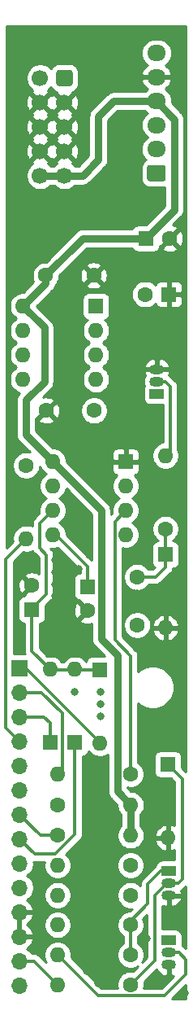
<source format=gbr>
%TF.GenerationSoftware,KiCad,Pcbnew,5.1.9+dfsg1-1~bpo10+1*%
%TF.CreationDate,2022-01-20T02:52:57+08:00*%
%TF.ProjectId,MiniADSR 1.1 - Main Board,4d696e69-4144-4535-9220-312e31202d20,rev?*%
%TF.SameCoordinates,Original*%
%TF.FileFunction,Copper,L2,Bot*%
%TF.FilePolarity,Positive*%
%FSLAX46Y46*%
G04 Gerber Fmt 4.6, Leading zero omitted, Abs format (unit mm)*
G04 Created by KiCad (PCBNEW 5.1.9+dfsg1-1~bpo10+1) date 2022-01-20 02:52:57*
%MOMM*%
%LPD*%
G01*
G04 APERTURE LIST*
%TA.AperFunction,ComponentPad*%
%ADD10C,1.600000*%
%TD*%
%TA.AperFunction,ComponentPad*%
%ADD11O,1.600000X1.600000*%
%TD*%
%TA.AperFunction,ComponentPad*%
%ADD12R,1.600000X1.600000*%
%TD*%
%TA.AperFunction,ComponentPad*%
%ADD13R,1.700000X1.700000*%
%TD*%
%TA.AperFunction,ComponentPad*%
%ADD14O,1.700000X1.700000*%
%TD*%
%TA.AperFunction,ComponentPad*%
%ADD15O,1.950000X1.700000*%
%TD*%
%TA.AperFunction,ComponentPad*%
%ADD16C,1.700000*%
%TD*%
%TA.AperFunction,ComponentPad*%
%ADD17O,1.500000X1.050000*%
%TD*%
%TA.AperFunction,ComponentPad*%
%ADD18R,1.500000X1.050000*%
%TD*%
%TA.AperFunction,ViaPad*%
%ADD19C,0.800000*%
%TD*%
%TA.AperFunction,Conductor*%
%ADD20C,0.300000*%
%TD*%
%TA.AperFunction,Conductor*%
%ADD21C,0.750000*%
%TD*%
%TA.AperFunction,Conductor*%
%ADD22C,0.254000*%
%TD*%
%TA.AperFunction,Conductor*%
%ADD23C,0.100000*%
%TD*%
G04 APERTURE END LIST*
D10*
%TO.P,C1,1*%
%TO.N,Net-(C1-Pad1)*%
X149300000Y-111000000D03*
%TO.P,C1,2*%
%TO.N,Net-(C1-Pad2)*%
X149300000Y-116000000D03*
%TD*%
D11*
%TO.P,D1,2*%
%TO.N,GND2*%
X152500000Y-138120000D03*
D12*
%TO.P,D1,1*%
%TO.N,Net-(D1-Pad1)*%
X152500000Y-130500000D03*
%TD*%
D10*
%TO.P,R5,1*%
%TO.N,Net-(C1-Pad1)*%
X152250000Y-106000000D03*
D11*
%TO.P,R5,2*%
%TO.N,Net-(Q3-Pad2)*%
X152250000Y-98380000D03*
%TD*%
D12*
%TO.P,D2,1*%
%TO.N,Net-(C1-Pad1)*%
X152250000Y-108675000D03*
D11*
%TO.P,D2,2*%
%TO.N,GND2*%
X152250000Y-116295000D03*
%TD*%
D12*
%TO.P,U1,1*%
%TO.N,GND2*%
X148100000Y-99000000D03*
D11*
%TO.P,U1,5*%
%TO.N,Net-(C2-Pad1)*%
X140480000Y-106620000D03*
%TO.P,U1,2*%
%TO.N,Net-(Q3-Pad1)*%
X148100000Y-101540000D03*
%TO.P,U1,6*%
%TO.N,Net-(C3-Pad1)*%
X140480000Y-104080000D03*
%TO.P,U1,3*%
%TO.N,Net-(R8-Pad1)*%
X148100000Y-104080000D03*
%TO.P,U1,7*%
%TO.N,B7*%
X140480000Y-101540000D03*
%TO.P,U1,4*%
%TO.N,Net-(C1-Pad2)*%
X148100000Y-106620000D03*
%TO.P,U1,8*%
%TO.N,+12V*%
X140480000Y-99000000D03*
%TD*%
D10*
%TO.P,C2,2*%
%TO.N,GND2*%
X144100000Y-114500000D03*
D12*
%TO.P,C2,1*%
%TO.N,Net-(C2-Pad1)*%
X144100000Y-112000000D03*
%TD*%
D13*
%TO.P,J6,1*%
%TO.N,B3*%
X137000000Y-120470000D03*
D14*
%TO.P,J6,2*%
%TO.N,B4*%
X137000000Y-123010000D03*
%TO.P,J6,3*%
%TO.N,B5*%
X137000000Y-125550000D03*
%TO.P,J6,4*%
%TO.N,B6*%
X137000000Y-128090000D03*
%TO.P,J6,5*%
%TO.N,B7*%
X137000000Y-130630000D03*
%TO.P,J6,6*%
%TO.N,B8*%
X137000000Y-133170000D03*
%TO.P,J6,7*%
%TO.N,B9*%
X137000000Y-135710000D03*
%TO.P,J6,8*%
%TO.N,B10*%
X137000000Y-138250000D03*
%TO.P,J6,9*%
%TO.N,B11*%
X137000000Y-140790000D03*
%TO.P,J6,10*%
%TO.N,+12V*%
X137000000Y-143330000D03*
%TO.P,J6,11*%
%TO.N,GND2*%
X137000000Y-145870000D03*
%TO.P,J6,12*%
X137000000Y-148410000D03*
%TO.P,J6,13*%
%TO.N,B1*%
X137000000Y-150950000D03*
%TO.P,J6,14*%
%TO.N,B2*%
X137000000Y-153490000D03*
%TD*%
D10*
%TO.P,R3,1*%
%TO.N,Net-(Q1-Pad1)*%
X148600000Y-150300000D03*
D11*
%TO.P,R3,2*%
%TO.N,Net-(Q2-Pad2)*%
X140980000Y-150300000D03*
%TD*%
D10*
%TO.P,R1,1*%
%TO.N,Net-(D1-Pad1)*%
X148600000Y-153400000D03*
D11*
%TO.P,R1,2*%
%TO.N,B1*%
X140980000Y-153400000D03*
%TD*%
%TO.P,R9,2*%
%TO.N,+12V*%
X148620000Y-137900000D03*
D10*
%TO.P,R9,1*%
%TO.N,B9*%
X141000000Y-137900000D03*
%TD*%
D11*
%TO.P,R10,2*%
%TO.N,B6*%
X137700000Y-107020000D03*
D10*
%TO.P,R10,1*%
%TO.N,Net-(R10-Pad1)*%
X137700000Y-99400000D03*
%TD*%
%TO.P,R8,1*%
%TO.N,Net-(R8-Pad1)*%
X148600000Y-131500000D03*
D11*
%TO.P,R8,2*%
%TO.N,B4*%
X140980000Y-131500000D03*
%TD*%
D10*
%TO.P,R7,1*%
%TO.N,Net-(C1-Pad2)*%
X148600000Y-141000000D03*
D11*
%TO.P,R7,2*%
%TO.N,B11*%
X140980000Y-141000000D03*
%TD*%
%TO.P,R6,2*%
%TO.N,+12V*%
X148620000Y-134700000D03*
D10*
%TO.P,R6,1*%
%TO.N,Net-(Q3-Pad1)*%
X141000000Y-134700000D03*
%TD*%
D11*
%TO.P,R4,2*%
%TO.N,+12V*%
X140980000Y-144100000D03*
D10*
%TO.P,R4,1*%
%TO.N,Net-(C1-Pad2)*%
X148600000Y-144100000D03*
%TD*%
D11*
%TO.P,R2,2*%
%TO.N,+12V*%
X140980000Y-147200000D03*
D10*
%TO.P,R2,1*%
%TO.N,Net-(Q1-Pad1)*%
X148600000Y-147200000D03*
%TD*%
D12*
%TO.P,C3,1*%
%TO.N,Net-(C3-Pad1)*%
X138300000Y-114400000D03*
D10*
%TO.P,C3,2*%
%TO.N,GND2*%
X138300000Y-111900000D03*
%TD*%
%TO.P,C4,2*%
%TO.N,GND2*%
X152700000Y-75800000D03*
D12*
%TO.P,C4,1*%
%TO.N,+12V*%
X150200000Y-75800000D03*
%TD*%
%TO.P,C5,1*%
%TO.N,GND2*%
X152600000Y-81600000D03*
D10*
%TO.P,C5,2*%
%TO.N,-12V*%
X150100000Y-81600000D03*
%TD*%
%TO.P,C6,2*%
%TO.N,GND2*%
X144750000Y-79650000D03*
%TO.P,C6,1*%
%TO.N,+12V*%
X139750000Y-79650000D03*
%TD*%
%TO.P,C7,1*%
%TO.N,GND2*%
X139800000Y-93700000D03*
%TO.P,C7,2*%
%TO.N,-12V*%
X144800000Y-93700000D03*
%TD*%
D11*
%TO.P,D3,2*%
%TO.N,Net-(C3-Pad1)*%
X142800000Y-120630000D03*
D12*
%TO.P,D3,1*%
%TO.N,B10*%
X142800000Y-128250000D03*
%TD*%
%TO.P,D4,1*%
%TO.N,Net-(C3-Pad1)*%
X145400000Y-120650000D03*
D11*
%TO.P,D4,2*%
%TO.N,B3*%
X145400000Y-128270000D03*
%TD*%
D12*
%TO.P,D5,1*%
%TO.N,B5*%
X140200000Y-128250000D03*
D11*
%TO.P,D5,2*%
%TO.N,Net-(C3-Pad1)*%
X140200000Y-120630000D03*
%TD*%
%TO.P,J3,1*%
%TO.N,N/C*%
%TA.AperFunction,ComponentPad*%
G36*
G01*
X152025000Y-69850000D02*
X150575000Y-69850000D01*
G75*
G02*
X150325000Y-69600000I0J250000D01*
G01*
X150325000Y-68400000D01*
G75*
G02*
X150575000Y-68150000I250000J0D01*
G01*
X152025000Y-68150000D01*
G75*
G02*
X152275000Y-68400000I0J-250000D01*
G01*
X152275000Y-69600000D01*
G75*
G02*
X152025000Y-69850000I-250000J0D01*
G01*
G37*
%TD.AperFunction*%
D15*
%TO.P,J3,2*%
X151300000Y-66500000D03*
%TO.P,J3,3*%
X151300000Y-64000000D03*
%TO.P,J3,4*%
%TO.N,+12V*%
X151300000Y-61500000D03*
%TO.P,J3,5*%
%TO.N,GND2*%
X151300000Y-59000000D03*
%TO.P,J3,6*%
%TO.N,-12V*%
X151300000Y-56500000D03*
%TD*%
%TO.P,J5,1*%
%TO.N,-12V*%
%TA.AperFunction,ComponentPad*%
G36*
G01*
X142550000Y-58500000D02*
X142550000Y-59700000D01*
G75*
G02*
X142300000Y-59950000I-250000J0D01*
G01*
X141100000Y-59950000D01*
G75*
G02*
X140850000Y-59700000I0J250000D01*
G01*
X140850000Y-58500000D01*
G75*
G02*
X141100000Y-58250000I250000J0D01*
G01*
X142300000Y-58250000D01*
G75*
G02*
X142550000Y-58500000I0J-250000D01*
G01*
G37*
%TD.AperFunction*%
D16*
%TO.P,J5,3*%
%TO.N,GND2*%
X141700000Y-61640000D03*
%TO.P,J5,5*%
X141700000Y-64180000D03*
%TO.P,J5,7*%
X141700000Y-66720000D03*
%TO.P,J5,9*%
%TO.N,+12V*%
X141700000Y-69260000D03*
%TO.P,J5,2*%
%TO.N,-12V*%
X139160000Y-59100000D03*
%TO.P,J5,4*%
%TO.N,GND2*%
X139160000Y-61640000D03*
%TO.P,J5,6*%
X139160000Y-64180000D03*
%TO.P,J5,8*%
X139160000Y-66720000D03*
%TO.P,J5,10*%
%TO.N,+12V*%
X139160000Y-69260000D03*
%TD*%
D11*
%TO.P,U2,8*%
%TO.N,+12V*%
X137380000Y-82850000D03*
%TO.P,U2,4*%
%TO.N,-12V*%
X145000000Y-90470000D03*
%TO.P,U2,7*%
%TO.N,B2*%
X137380000Y-85390000D03*
%TO.P,U2,3*%
%TO.N,B8*%
X145000000Y-87930000D03*
%TO.P,U2,6*%
%TO.N,B2*%
X137380000Y-87930000D03*
%TO.P,U2,2*%
%TO.N,Net-(R10-Pad1)*%
X145000000Y-85390000D03*
%TO.P,U2,5*%
%TO.N,Net-(C3-Pad1)*%
X137380000Y-90470000D03*
D12*
%TO.P,U2,1*%
%TO.N,Net-(R10-Pad1)*%
X145000000Y-82850000D03*
%TD*%
D17*
%TO.P,Q1,2*%
%TO.N,Net-(D1-Pad1)*%
X152600000Y-142870000D03*
%TO.P,Q1,3*%
%TO.N,GND2*%
X152600000Y-144140000D03*
D18*
%TO.P,Q1,1*%
%TO.N,Net-(Q1-Pad1)*%
X152600000Y-141600000D03*
%TD*%
%TO.P,Q2,1*%
%TO.N,Net-(C1-Pad2)*%
X152600000Y-148800000D03*
D17*
%TO.P,Q2,3*%
%TO.N,GND2*%
X152600000Y-151340000D03*
%TO.P,Q2,2*%
%TO.N,Net-(Q2-Pad2)*%
X152600000Y-150070000D03*
%TD*%
%TO.P,Q3,2*%
%TO.N,Net-(Q3-Pad2)*%
X151350000Y-90680000D03*
%TO.P,Q3,3*%
%TO.N,GND2*%
X151350000Y-89410000D03*
D18*
%TO.P,Q3,1*%
%TO.N,Net-(Q3-Pad1)*%
X151350000Y-91950000D03*
%TD*%
D19*
%TO.N,*%
X145500000Y-123000000D03*
X145500000Y-124250000D03*
X145500000Y-125500000D03*
X142750000Y-123000000D03*
%TO.N,GND2*%
X154250000Y-154250000D03*
X150300000Y-148600000D03*
X144000000Y-117250000D03*
X142750000Y-117250000D03*
X141500000Y-117250000D03*
X137000000Y-116500000D03*
X137000000Y-117500000D03*
X137000000Y-118500000D03*
X144250000Y-108750000D03*
X142750000Y-116250000D03*
X142750000Y-118250000D03*
X141500000Y-118250000D03*
X140750000Y-114250000D03*
X140750000Y-113000000D03*
X140750000Y-111750000D03*
X152250000Y-113500000D03*
X152250000Y-112500000D03*
X152250000Y-111500000D03*
X149250000Y-112750000D03*
X149250000Y-114000000D03*
X145750000Y-99000000D03*
X145750000Y-100250000D03*
X145750000Y-101500000D03*
X144250000Y-100250000D03*
X144250000Y-99000000D03*
X144250000Y-105750000D03*
X144250000Y-107250000D03*
X140750000Y-110500000D03*
X140750000Y-109250000D03*
X145250000Y-131500000D03*
X145250000Y-132750000D03*
X145250000Y-134000000D03*
X145250000Y-135250000D03*
X145250000Y-136500000D03*
X145250000Y-137750000D03*
X145250000Y-139000000D03*
X145250000Y-140250000D03*
X145250000Y-141500000D03*
X144000000Y-141500000D03*
X144000000Y-140250000D03*
X144000000Y-139000000D03*
X144000000Y-137750000D03*
X144000000Y-136500000D03*
X144000000Y-135250000D03*
X144000000Y-134000000D03*
X144000000Y-142750000D03*
X144000000Y-145500000D03*
X144000000Y-146750000D03*
X144000000Y-148000000D03*
X144000000Y-149500000D03*
X144000000Y-150750000D03*
X144000000Y-152000000D03*
X145250000Y-152000000D03*
X145250000Y-150750000D03*
X145250000Y-149500000D03*
X145250000Y-148000000D03*
X145250000Y-146750000D03*
X145250000Y-145500000D03*
X145250000Y-153250000D03*
X146500000Y-153250000D03*
X146500000Y-152000000D03*
X137750000Y-101250000D03*
X137750000Y-102500000D03*
X137750000Y-105000000D03*
X143190000Y-110190000D03*
%TD*%
D20*
%TO.N,Net-(C1-Pad1)*%
X152250000Y-106000000D02*
X152250000Y-108675000D01*
X151250000Y-111000000D02*
X149300000Y-111000000D01*
X152250000Y-108675000D02*
X152250000Y-110000000D01*
X152250000Y-110000000D02*
X151250000Y-111000000D01*
%TO.N,Net-(C2-Pad1)*%
X140800000Y-106620000D02*
X140480000Y-106620000D01*
X144100000Y-112000000D02*
X144100000Y-109920000D01*
X144100000Y-109920000D02*
X140800000Y-106620000D01*
%TO.N,Net-(C3-Pad1)*%
X138300000Y-118730000D02*
X140200000Y-120630000D01*
X138300000Y-114400000D02*
X138300000Y-118730000D01*
X139800000Y-112800000D02*
X138300000Y-114300000D01*
X139800000Y-108700000D02*
X139800000Y-112800000D01*
X139100000Y-108000000D02*
X139800000Y-108700000D01*
X140480000Y-104080000D02*
X139100000Y-105460000D01*
X138300000Y-114300000D02*
X138300000Y-114400000D01*
X139100000Y-105460000D02*
X139100000Y-108000000D01*
X140220000Y-120650000D02*
X140200000Y-120630000D01*
X145400000Y-120650000D02*
X140220000Y-120650000D01*
D21*
%TO.N,+12V*%
X143600000Y-75800000D02*
X139750000Y-79650000D01*
X150200000Y-75800000D02*
X143600000Y-75800000D01*
X139750000Y-80480000D02*
X137380000Y-82850000D01*
X139750000Y-79650000D02*
X139750000Y-80480000D01*
X137700000Y-96220000D02*
X140480000Y-99000000D01*
X137700000Y-92600000D02*
X137700000Y-96220000D01*
X139600000Y-90700000D02*
X137700000Y-92600000D01*
X137380000Y-82850000D02*
X139600000Y-85070000D01*
X139600000Y-85070000D02*
X139600000Y-90700000D01*
X145250000Y-67600000D02*
X143590000Y-69260000D01*
X145250000Y-63100000D02*
X145250000Y-67600000D01*
X143590000Y-69260000D02*
X141700000Y-69260000D01*
X151300000Y-61500000D02*
X146850000Y-61500000D01*
X146850000Y-61500000D02*
X145250000Y-63100000D01*
X153200000Y-72800000D02*
X150200000Y-75800000D01*
X151300000Y-61500000D02*
X153200000Y-63400000D01*
X153200000Y-63400000D02*
X153200000Y-72800000D01*
X148620000Y-134700000D02*
X148620000Y-137900000D01*
X147224999Y-133304999D02*
X148620000Y-134700000D01*
X147224999Y-119145001D02*
X147224999Y-133304999D01*
X145530000Y-117450002D02*
X147224999Y-119145001D01*
X140480000Y-99000000D02*
X145530000Y-104050000D01*
X145530000Y-104050000D02*
X145530000Y-117450002D01*
X141700000Y-69260000D02*
X139160000Y-69260000D01*
D20*
%TO.N,Net-(D1-Pad1)*%
X151100000Y-150900000D02*
X148600000Y-153400000D01*
X152375000Y-142870000D02*
X151100000Y-144145000D01*
X151100000Y-144145000D02*
X151100000Y-150900000D01*
X152600000Y-142870000D02*
X152375000Y-142870000D01*
X153570000Y-142870000D02*
X152600000Y-142870000D01*
X154000000Y-142450000D02*
X153575000Y-142875000D01*
X153575000Y-142875000D02*
X153570000Y-142870000D01*
X152500000Y-130500000D02*
X154000000Y-132000000D01*
X154000000Y-132000000D02*
X154000000Y-142450000D01*
%TO.N,Net-(Q1-Pad1)*%
X148600000Y-147200000D02*
X148600000Y-150300000D01*
X148600000Y-146800000D02*
X148600000Y-147200000D01*
X150400000Y-142900000D02*
X150400000Y-145000000D01*
X152600000Y-141600000D02*
X151700000Y-141600000D01*
X150400000Y-145000000D02*
X148600000Y-146800000D01*
X151700000Y-141600000D02*
X150400000Y-142900000D01*
%TO.N,Net-(Q2-Pad2)*%
X145230001Y-154550001D02*
X152119999Y-154550001D01*
X140980000Y-150300000D02*
X145230001Y-154550001D01*
X152119999Y-154550001D02*
X154370000Y-152300000D01*
X154370000Y-150790000D02*
X153650000Y-150070000D01*
X153650000Y-150070000D02*
X152600000Y-150070000D01*
X154370000Y-152300000D02*
X154370000Y-150790000D01*
%TO.N,Net-(Q3-Pad2)*%
X152750000Y-91210000D02*
X152750000Y-97880000D01*
X151350000Y-90680000D02*
X152220000Y-90680000D01*
X152750000Y-97880000D02*
X152250000Y-98380000D01*
X152220000Y-90680000D02*
X152750000Y-91210000D01*
%TO.N,Net-(R8-Pad1)*%
X148600000Y-119200000D02*
X148600000Y-131500000D01*
X146949999Y-117549999D02*
X148600000Y-119200000D01*
X148100000Y-104080000D02*
X146949999Y-105230001D01*
X146949999Y-105230001D02*
X146949999Y-117549999D01*
%TO.N,B4*%
X141500000Y-125200000D02*
X139310000Y-123010000D01*
X141500000Y-130980000D02*
X141500000Y-125200000D01*
X140980000Y-131500000D02*
X141500000Y-130980000D01*
X139310000Y-123010000D02*
X137000000Y-123010000D01*
%TO.N,B5*%
X139550000Y-125550000D02*
X137000000Y-125550000D01*
X140200000Y-128250000D02*
X140200000Y-126200000D01*
X140200000Y-126200000D02*
X139550000Y-125550000D01*
%TO.N,B1*%
X138530000Y-150950000D02*
X140980000Y-153400000D01*
X137000000Y-150950000D02*
X138530000Y-150950000D01*
%TO.N,B3*%
X145400000Y-128200000D02*
X137670000Y-120470000D01*
X145400000Y-128270000D02*
X145400000Y-128200000D01*
X137670000Y-120470000D02*
X137000000Y-120470000D01*
%TO.N,B6*%
X135600000Y-126690000D02*
X137000000Y-128090000D01*
X137700000Y-107020000D02*
X135600000Y-109120000D01*
X135600000Y-109120000D02*
X135600000Y-126690000D01*
%TO.N,B9*%
X139190000Y-137900000D02*
X137000000Y-135710000D01*
X141000000Y-137900000D02*
X139190000Y-137900000D01*
%TO.N,B10*%
X142800000Y-137802002D02*
X142800000Y-128250000D01*
X140752003Y-139849999D02*
X142800000Y-137802002D01*
X138599999Y-139849999D02*
X140752003Y-139849999D01*
X137000000Y-138250000D02*
X138599999Y-139849999D01*
%TD*%
D22*
%TO.N,GND2*%
X154340001Y-154840000D02*
X152940157Y-154840000D01*
X154340001Y-153440157D01*
X154340001Y-154840000D01*
%TA.AperFunction,Conductor*%
D23*
G36*
X154340001Y-154840000D02*
G01*
X152940157Y-154840000D01*
X154340001Y-153440157D01*
X154340001Y-154840000D01*
G37*
%TD.AperFunction*%
D22*
X152747000Y-151467000D02*
X152727000Y-151467000D01*
X152727000Y-152346598D01*
X152910507Y-152506331D01*
X153083437Y-152476405D01*
X151794842Y-153765001D01*
X149990509Y-153765001D01*
X150035000Y-153541335D01*
X150035000Y-153258665D01*
X150004554Y-153105604D01*
X151307176Y-151802982D01*
X151357725Y-151916882D01*
X151489816Y-152104258D01*
X151655924Y-152262264D01*
X151849666Y-152384828D01*
X152063596Y-152467239D01*
X152289493Y-152506331D01*
X152473000Y-152346598D01*
X152473000Y-151467000D01*
X152453000Y-151467000D01*
X152453000Y-151230000D01*
X152747000Y-151230000D01*
X152747000Y-151467000D01*
%TA.AperFunction,Conductor*%
D23*
G36*
X152747000Y-151467000D02*
G01*
X152727000Y-151467000D01*
X152727000Y-152346598D01*
X152910507Y-152506331D01*
X153083437Y-152476405D01*
X151794842Y-153765001D01*
X149990509Y-153765001D01*
X150035000Y-153541335D01*
X150035000Y-153258665D01*
X150004554Y-153105604D01*
X151307176Y-151802982D01*
X151357725Y-151916882D01*
X151489816Y-152104258D01*
X151655924Y-152262264D01*
X151849666Y-152384828D01*
X152063596Y-152467239D01*
X152289493Y-152506331D01*
X152473000Y-152346598D01*
X152473000Y-151467000D01*
X152453000Y-151467000D01*
X152453000Y-151230000D01*
X152747000Y-151230000D01*
X152747000Y-151467000D01*
G37*
%TD.AperFunction*%
D22*
X154340001Y-131229843D02*
X153938072Y-130827914D01*
X153938072Y-129700000D01*
X153925812Y-129575518D01*
X153889502Y-129455820D01*
X153830537Y-129345506D01*
X153751185Y-129248815D01*
X153654494Y-129169463D01*
X153544180Y-129110498D01*
X153424482Y-129074188D01*
X153300000Y-129061928D01*
X151700000Y-129061928D01*
X151575518Y-129074188D01*
X151455820Y-129110498D01*
X151345506Y-129169463D01*
X151248815Y-129248815D01*
X151169463Y-129345506D01*
X151110498Y-129455820D01*
X151074188Y-129575518D01*
X151061928Y-129700000D01*
X151061928Y-131300000D01*
X151074188Y-131424482D01*
X151110498Y-131544180D01*
X151169463Y-131654494D01*
X151248815Y-131751185D01*
X151345506Y-131830537D01*
X151455820Y-131889502D01*
X151575518Y-131925812D01*
X151700000Y-131938072D01*
X152827914Y-131938072D01*
X153215000Y-132325158D01*
X153215000Y-136878367D01*
X152983087Y-136768754D01*
X152849039Y-136728096D01*
X152627000Y-136850085D01*
X152627000Y-137993000D01*
X152647000Y-137993000D01*
X152647000Y-138247000D01*
X152627000Y-138247000D01*
X152627000Y-139389915D01*
X152849039Y-139511904D01*
X152983087Y-139471246D01*
X153215001Y-139361633D01*
X153215001Y-140436928D01*
X151850000Y-140436928D01*
X151725518Y-140449188D01*
X151605820Y-140485498D01*
X151495506Y-140544463D01*
X151398815Y-140623815D01*
X151319463Y-140720506D01*
X151260498Y-140830820D01*
X151224188Y-140950518D01*
X151221567Y-140977130D01*
X151142236Y-141042236D01*
X151117653Y-141072190D01*
X149872190Y-142317653D01*
X149842236Y-142342236D01*
X149744138Y-142461768D01*
X149671246Y-142598141D01*
X149626359Y-142746114D01*
X149615000Y-142861440D01*
X149615000Y-142861447D01*
X149611203Y-142900000D01*
X149615000Y-142938553D01*
X149615000Y-143085604D01*
X149514759Y-142985363D01*
X149279727Y-142828320D01*
X149018574Y-142720147D01*
X148741335Y-142665000D01*
X148458665Y-142665000D01*
X148181426Y-142720147D01*
X147920273Y-142828320D01*
X147685241Y-142985363D01*
X147485363Y-143185241D01*
X147328320Y-143420273D01*
X147220147Y-143681426D01*
X147165000Y-143958665D01*
X147165000Y-144241335D01*
X147220147Y-144518574D01*
X147328320Y-144779727D01*
X147485363Y-145014759D01*
X147685241Y-145214637D01*
X147920273Y-145371680D01*
X148181426Y-145479853D01*
X148458665Y-145535000D01*
X148741335Y-145535000D01*
X148758197Y-145531646D01*
X148524843Y-145765000D01*
X148458665Y-145765000D01*
X148181426Y-145820147D01*
X147920273Y-145928320D01*
X147685241Y-146085363D01*
X147485363Y-146285241D01*
X147328320Y-146520273D01*
X147220147Y-146781426D01*
X147165000Y-147058665D01*
X147165000Y-147341335D01*
X147220147Y-147618574D01*
X147328320Y-147879727D01*
X147485363Y-148114759D01*
X147685241Y-148314637D01*
X147815000Y-148401339D01*
X147815001Y-149098661D01*
X147685241Y-149185363D01*
X147485363Y-149385241D01*
X147328320Y-149620273D01*
X147220147Y-149881426D01*
X147165000Y-150158665D01*
X147165000Y-150441335D01*
X147220147Y-150718574D01*
X147328320Y-150979727D01*
X147485363Y-151214759D01*
X147685241Y-151414637D01*
X147920273Y-151571680D01*
X148181426Y-151679853D01*
X148458665Y-151735000D01*
X148741335Y-151735000D01*
X149018574Y-151679853D01*
X149279727Y-151571680D01*
X149395558Y-151494284D01*
X148894396Y-151995446D01*
X148741335Y-151965000D01*
X148458665Y-151965000D01*
X148181426Y-152020147D01*
X147920273Y-152128320D01*
X147685241Y-152285363D01*
X147485363Y-152485241D01*
X147328320Y-152720273D01*
X147220147Y-152981426D01*
X147165000Y-153258665D01*
X147165000Y-153541335D01*
X147209491Y-153765001D01*
X145555159Y-153765001D01*
X142384554Y-150594397D01*
X142415000Y-150441335D01*
X142415000Y-150158665D01*
X142359853Y-149881426D01*
X142251680Y-149620273D01*
X142094637Y-149385241D01*
X141894759Y-149185363D01*
X141659727Y-149028320D01*
X141398574Y-148920147D01*
X141121335Y-148865000D01*
X140838665Y-148865000D01*
X140561426Y-148920147D01*
X140300273Y-149028320D01*
X140065241Y-149185363D01*
X139865363Y-149385241D01*
X139708320Y-149620273D01*
X139600147Y-149881426D01*
X139545000Y-150158665D01*
X139545000Y-150441335D01*
X139600147Y-150718574D01*
X139708320Y-150979727D01*
X139785715Y-151095558D01*
X139112347Y-150422190D01*
X139087764Y-150392236D01*
X138968233Y-150294138D01*
X138831860Y-150221246D01*
X138683887Y-150176359D01*
X138568561Y-150165000D01*
X138568553Y-150165000D01*
X138530000Y-150161203D01*
X138491447Y-150165000D01*
X138261474Y-150165000D01*
X138153475Y-150003368D01*
X137946632Y-149796525D01*
X137764466Y-149674805D01*
X137881355Y-149605178D01*
X138097588Y-149410269D01*
X138271641Y-149176920D01*
X138396825Y-148914099D01*
X138441476Y-148766890D01*
X138320155Y-148537000D01*
X137127000Y-148537000D01*
X137127000Y-148557000D01*
X136873000Y-148557000D01*
X136873000Y-148537000D01*
X136853000Y-148537000D01*
X136853000Y-148283000D01*
X136873000Y-148283000D01*
X136873000Y-145997000D01*
X137127000Y-145997000D01*
X137127000Y-148283000D01*
X138320155Y-148283000D01*
X138441476Y-148053110D01*
X138396825Y-147905901D01*
X138271641Y-147643080D01*
X138097588Y-147409731D01*
X137881355Y-147214822D01*
X137755745Y-147140000D01*
X137881355Y-147065178D01*
X137888580Y-147058665D01*
X139545000Y-147058665D01*
X139545000Y-147341335D01*
X139600147Y-147618574D01*
X139708320Y-147879727D01*
X139865363Y-148114759D01*
X140065241Y-148314637D01*
X140300273Y-148471680D01*
X140561426Y-148579853D01*
X140838665Y-148635000D01*
X141121335Y-148635000D01*
X141398574Y-148579853D01*
X141659727Y-148471680D01*
X141894759Y-148314637D01*
X142094637Y-148114759D01*
X142251680Y-147879727D01*
X142359853Y-147618574D01*
X142415000Y-147341335D01*
X142415000Y-147058665D01*
X142359853Y-146781426D01*
X142251680Y-146520273D01*
X142094637Y-146285241D01*
X141894759Y-146085363D01*
X141659727Y-145928320D01*
X141398574Y-145820147D01*
X141121335Y-145765000D01*
X140838665Y-145765000D01*
X140561426Y-145820147D01*
X140300273Y-145928320D01*
X140065241Y-146085363D01*
X139865363Y-146285241D01*
X139708320Y-146520273D01*
X139600147Y-146781426D01*
X139545000Y-147058665D01*
X137888580Y-147058665D01*
X138097588Y-146870269D01*
X138271641Y-146636920D01*
X138396825Y-146374099D01*
X138441476Y-146226890D01*
X138320155Y-145997000D01*
X137127000Y-145997000D01*
X136873000Y-145997000D01*
X136853000Y-145997000D01*
X136853000Y-145743000D01*
X136873000Y-145743000D01*
X136873000Y-145723000D01*
X137127000Y-145723000D01*
X137127000Y-145743000D01*
X138320155Y-145743000D01*
X138441476Y-145513110D01*
X138396825Y-145365901D01*
X138271641Y-145103080D01*
X138097588Y-144869731D01*
X137881355Y-144674822D01*
X137764466Y-144605195D01*
X137946632Y-144483475D01*
X138153475Y-144276632D01*
X138315990Y-144033411D01*
X138346950Y-143958665D01*
X139545000Y-143958665D01*
X139545000Y-144241335D01*
X139600147Y-144518574D01*
X139708320Y-144779727D01*
X139865363Y-145014759D01*
X140065241Y-145214637D01*
X140300273Y-145371680D01*
X140561426Y-145479853D01*
X140838665Y-145535000D01*
X141121335Y-145535000D01*
X141398574Y-145479853D01*
X141659727Y-145371680D01*
X141894759Y-145214637D01*
X142094637Y-145014759D01*
X142251680Y-144779727D01*
X142359853Y-144518574D01*
X142415000Y-144241335D01*
X142415000Y-143958665D01*
X142359853Y-143681426D01*
X142251680Y-143420273D01*
X142094637Y-143185241D01*
X141894759Y-142985363D01*
X141659727Y-142828320D01*
X141398574Y-142720147D01*
X141121335Y-142665000D01*
X140838665Y-142665000D01*
X140561426Y-142720147D01*
X140300273Y-142828320D01*
X140065241Y-142985363D01*
X139865363Y-143185241D01*
X139708320Y-143420273D01*
X139600147Y-143681426D01*
X139545000Y-143958665D01*
X138346950Y-143958665D01*
X138427932Y-143763158D01*
X138485000Y-143476260D01*
X138485000Y-143183740D01*
X138427932Y-142896842D01*
X138315990Y-142626589D01*
X138153475Y-142383368D01*
X137946632Y-142176525D01*
X137772240Y-142060000D01*
X137946632Y-141943475D01*
X138153475Y-141736632D01*
X138315990Y-141493411D01*
X138427932Y-141223158D01*
X138485000Y-140936260D01*
X138485000Y-140643740D01*
X138481699Y-140627145D01*
X138561438Y-140634999D01*
X138561445Y-140634999D01*
X138599998Y-140638796D01*
X138638551Y-140634999D01*
X139589491Y-140634999D01*
X139545000Y-140858665D01*
X139545000Y-141141335D01*
X139600147Y-141418574D01*
X139708320Y-141679727D01*
X139865363Y-141914759D01*
X140065241Y-142114637D01*
X140300273Y-142271680D01*
X140561426Y-142379853D01*
X140838665Y-142435000D01*
X141121335Y-142435000D01*
X141398574Y-142379853D01*
X141659727Y-142271680D01*
X141894759Y-142114637D01*
X142094637Y-141914759D01*
X142251680Y-141679727D01*
X142359853Y-141418574D01*
X142415000Y-141141335D01*
X142415000Y-140858665D01*
X147165000Y-140858665D01*
X147165000Y-141141335D01*
X147220147Y-141418574D01*
X147328320Y-141679727D01*
X147485363Y-141914759D01*
X147685241Y-142114637D01*
X147920273Y-142271680D01*
X148181426Y-142379853D01*
X148458665Y-142435000D01*
X148741335Y-142435000D01*
X149018574Y-142379853D01*
X149279727Y-142271680D01*
X149514759Y-142114637D01*
X149714637Y-141914759D01*
X149871680Y-141679727D01*
X149979853Y-141418574D01*
X150035000Y-141141335D01*
X150035000Y-140858665D01*
X149979853Y-140581426D01*
X149871680Y-140320273D01*
X149714637Y-140085241D01*
X149514759Y-139885363D01*
X149279727Y-139728320D01*
X149018574Y-139620147D01*
X148741335Y-139565000D01*
X148458665Y-139565000D01*
X148181426Y-139620147D01*
X147920273Y-139728320D01*
X147685241Y-139885363D01*
X147485363Y-140085241D01*
X147328320Y-140320273D01*
X147220147Y-140581426D01*
X147165000Y-140858665D01*
X142415000Y-140858665D01*
X142359853Y-140581426D01*
X142251680Y-140320273D01*
X142094637Y-140085241D01*
X141894759Y-139885363D01*
X141854018Y-139858141D01*
X143327817Y-138384343D01*
X143357764Y-138359766D01*
X143455862Y-138240235D01*
X143528754Y-138103862D01*
X143573641Y-137955889D01*
X143585000Y-137840563D01*
X143585000Y-137840556D01*
X143588797Y-137802003D01*
X143585000Y-137763450D01*
X143585000Y-129688072D01*
X143600000Y-129688072D01*
X143724482Y-129675812D01*
X143844180Y-129639502D01*
X143954494Y-129580537D01*
X144051185Y-129501185D01*
X144130537Y-129404494D01*
X144189502Y-129294180D01*
X144225812Y-129174482D01*
X144232580Y-129105763D01*
X144285363Y-129184759D01*
X144485241Y-129384637D01*
X144720273Y-129541680D01*
X144981426Y-129649853D01*
X145258665Y-129705000D01*
X145541335Y-129705000D01*
X145818574Y-129649853D01*
X146079727Y-129541680D01*
X146215000Y-129451294D01*
X146215000Y-133255381D01*
X146210113Y-133304999D01*
X146229614Y-133502993D01*
X146287367Y-133693378D01*
X146381153Y-133868839D01*
X146474323Y-133982367D01*
X146507367Y-134022632D01*
X146545900Y-134054255D01*
X147185000Y-134693355D01*
X147185000Y-134841335D01*
X147240147Y-135118574D01*
X147348320Y-135379727D01*
X147505363Y-135614759D01*
X147610000Y-135719396D01*
X147610001Y-136880603D01*
X147505363Y-136985241D01*
X147348320Y-137220273D01*
X147240147Y-137481426D01*
X147185000Y-137758665D01*
X147185000Y-138041335D01*
X147240147Y-138318574D01*
X147348320Y-138579727D01*
X147505363Y-138814759D01*
X147705241Y-139014637D01*
X147940273Y-139171680D01*
X148201426Y-139279853D01*
X148478665Y-139335000D01*
X148761335Y-139335000D01*
X149038574Y-139279853D01*
X149299727Y-139171680D01*
X149534759Y-139014637D01*
X149734637Y-138814759D01*
X149891680Y-138579727D01*
X149937528Y-138469040D01*
X151108091Y-138469040D01*
X151202930Y-138733881D01*
X151347615Y-138975131D01*
X151536586Y-139183519D01*
X151762580Y-139351037D01*
X152016913Y-139471246D01*
X152150961Y-139511904D01*
X152373000Y-139389915D01*
X152373000Y-138247000D01*
X151229376Y-138247000D01*
X151108091Y-138469040D01*
X149937528Y-138469040D01*
X149999853Y-138318574D01*
X150055000Y-138041335D01*
X150055000Y-137770960D01*
X151108091Y-137770960D01*
X151229376Y-137993000D01*
X152373000Y-137993000D01*
X152373000Y-136850085D01*
X152150961Y-136728096D01*
X152016913Y-136768754D01*
X151762580Y-136888963D01*
X151536586Y-137056481D01*
X151347615Y-137264869D01*
X151202930Y-137506119D01*
X151108091Y-137770960D01*
X150055000Y-137770960D01*
X150055000Y-137758665D01*
X149999853Y-137481426D01*
X149891680Y-137220273D01*
X149734637Y-136985241D01*
X149630000Y-136880604D01*
X149630000Y-135719396D01*
X149734637Y-135614759D01*
X149891680Y-135379727D01*
X149999853Y-135118574D01*
X150055000Y-134841335D01*
X150055000Y-134558665D01*
X149999853Y-134281426D01*
X149891680Y-134020273D01*
X149734637Y-133785241D01*
X149534759Y-133585363D01*
X149299727Y-133428320D01*
X149038574Y-133320147D01*
X148761335Y-133265000D01*
X148613355Y-133265000D01*
X148239824Y-132891469D01*
X148458665Y-132935000D01*
X148741335Y-132935000D01*
X149018574Y-132879853D01*
X149279727Y-132771680D01*
X149514759Y-132614637D01*
X149714637Y-132414759D01*
X149871680Y-132179727D01*
X149979853Y-131918574D01*
X150035000Y-131641335D01*
X150035000Y-131358665D01*
X149979853Y-131081426D01*
X149871680Y-130820273D01*
X149714637Y-130585241D01*
X149514759Y-130385363D01*
X149385000Y-130298661D01*
X149385000Y-124145767D01*
X149475271Y-124236038D01*
X149841331Y-124480631D01*
X150248075Y-124649110D01*
X150679872Y-124735000D01*
X151120128Y-124735000D01*
X151551925Y-124649110D01*
X151958669Y-124480631D01*
X152324729Y-124236038D01*
X152636038Y-123924729D01*
X152880631Y-123558669D01*
X153049110Y-123151925D01*
X153135000Y-122720128D01*
X153135000Y-122279872D01*
X153049110Y-121848075D01*
X152880631Y-121441331D01*
X152636038Y-121075271D01*
X152324729Y-120763962D01*
X151958669Y-120519369D01*
X151551925Y-120350890D01*
X151120128Y-120265000D01*
X150679872Y-120265000D01*
X150248075Y-120350890D01*
X149841331Y-120519369D01*
X149475271Y-120763962D01*
X149385000Y-120854233D01*
X149385000Y-119238556D01*
X149388797Y-119200000D01*
X149385000Y-119161440D01*
X149385000Y-119161439D01*
X149377911Y-119089463D01*
X149373642Y-119046113D01*
X149328754Y-118898140D01*
X149321135Y-118883886D01*
X149255862Y-118761767D01*
X149157764Y-118642236D01*
X149127811Y-118617654D01*
X147734999Y-117224842D01*
X147734999Y-115858665D01*
X147865000Y-115858665D01*
X147865000Y-116141335D01*
X147920147Y-116418574D01*
X148028320Y-116679727D01*
X148185363Y-116914759D01*
X148385241Y-117114637D01*
X148620273Y-117271680D01*
X148881426Y-117379853D01*
X149158665Y-117435000D01*
X149441335Y-117435000D01*
X149718574Y-117379853D01*
X149979727Y-117271680D01*
X150214759Y-117114637D01*
X150414637Y-116914759D01*
X150571680Y-116679727D01*
X150586462Y-116644040D01*
X150858091Y-116644040D01*
X150952930Y-116908881D01*
X151097615Y-117150131D01*
X151286586Y-117358519D01*
X151512580Y-117526037D01*
X151766913Y-117646246D01*
X151900961Y-117686904D01*
X152123000Y-117564915D01*
X152123000Y-116422000D01*
X152377000Y-116422000D01*
X152377000Y-117564915D01*
X152599039Y-117686904D01*
X152733087Y-117646246D01*
X152987420Y-117526037D01*
X153213414Y-117358519D01*
X153402385Y-117150131D01*
X153547070Y-116908881D01*
X153641909Y-116644040D01*
X153520624Y-116422000D01*
X152377000Y-116422000D01*
X152123000Y-116422000D01*
X150979376Y-116422000D01*
X150858091Y-116644040D01*
X150586462Y-116644040D01*
X150679853Y-116418574D01*
X150735000Y-116141335D01*
X150735000Y-115945960D01*
X150858091Y-115945960D01*
X150979376Y-116168000D01*
X152123000Y-116168000D01*
X152123000Y-115025085D01*
X152377000Y-115025085D01*
X152377000Y-116168000D01*
X153520624Y-116168000D01*
X153641909Y-115945960D01*
X153547070Y-115681119D01*
X153402385Y-115439869D01*
X153213414Y-115231481D01*
X152987420Y-115063963D01*
X152733087Y-114943754D01*
X152599039Y-114903096D01*
X152377000Y-115025085D01*
X152123000Y-115025085D01*
X151900961Y-114903096D01*
X151766913Y-114943754D01*
X151512580Y-115063963D01*
X151286586Y-115231481D01*
X151097615Y-115439869D01*
X150952930Y-115681119D01*
X150858091Y-115945960D01*
X150735000Y-115945960D01*
X150735000Y-115858665D01*
X150679853Y-115581426D01*
X150571680Y-115320273D01*
X150414637Y-115085241D01*
X150214759Y-114885363D01*
X149979727Y-114728320D01*
X149718574Y-114620147D01*
X149441335Y-114565000D01*
X149158665Y-114565000D01*
X148881426Y-114620147D01*
X148620273Y-114728320D01*
X148385241Y-114885363D01*
X148185363Y-115085241D01*
X148028320Y-115320273D01*
X147920147Y-115581426D01*
X147865000Y-115858665D01*
X147734999Y-115858665D01*
X147734999Y-110858665D01*
X147865000Y-110858665D01*
X147865000Y-111141335D01*
X147920147Y-111418574D01*
X148028320Y-111679727D01*
X148185363Y-111914759D01*
X148385241Y-112114637D01*
X148620273Y-112271680D01*
X148881426Y-112379853D01*
X149158665Y-112435000D01*
X149441335Y-112435000D01*
X149718574Y-112379853D01*
X149979727Y-112271680D01*
X150214759Y-112114637D01*
X150414637Y-111914759D01*
X150501339Y-111785000D01*
X151211447Y-111785000D01*
X151250000Y-111788797D01*
X151288553Y-111785000D01*
X151288561Y-111785000D01*
X151403887Y-111773641D01*
X151551860Y-111728754D01*
X151688233Y-111655862D01*
X151807764Y-111557764D01*
X151832347Y-111527810D01*
X152777810Y-110582347D01*
X152807764Y-110557764D01*
X152905862Y-110438233D01*
X152978754Y-110301860D01*
X153001657Y-110226359D01*
X153023642Y-110153887D01*
X153027662Y-110113072D01*
X153050000Y-110113072D01*
X153174482Y-110100812D01*
X153294180Y-110064502D01*
X153404494Y-110005537D01*
X153501185Y-109926185D01*
X153580537Y-109829494D01*
X153639502Y-109719180D01*
X153675812Y-109599482D01*
X153688072Y-109475000D01*
X153688072Y-107875000D01*
X153675812Y-107750518D01*
X153639502Y-107630820D01*
X153580537Y-107520506D01*
X153501185Y-107423815D01*
X153404494Y-107344463D01*
X153294180Y-107285498D01*
X153174482Y-107249188D01*
X153050000Y-107236928D01*
X153035000Y-107236928D01*
X153035000Y-107201339D01*
X153164759Y-107114637D01*
X153364637Y-106914759D01*
X153521680Y-106679727D01*
X153629853Y-106418574D01*
X153685000Y-106141335D01*
X153685000Y-105858665D01*
X153629853Y-105581426D01*
X153521680Y-105320273D01*
X153364637Y-105085241D01*
X153164759Y-104885363D01*
X152929727Y-104728320D01*
X152668574Y-104620147D01*
X152391335Y-104565000D01*
X152108665Y-104565000D01*
X151831426Y-104620147D01*
X151570273Y-104728320D01*
X151335241Y-104885363D01*
X151135363Y-105085241D01*
X150978320Y-105320273D01*
X150870147Y-105581426D01*
X150815000Y-105858665D01*
X150815000Y-106141335D01*
X150870147Y-106418574D01*
X150978320Y-106679727D01*
X151135363Y-106914759D01*
X151335241Y-107114637D01*
X151465000Y-107201339D01*
X151465000Y-107236928D01*
X151450000Y-107236928D01*
X151325518Y-107249188D01*
X151205820Y-107285498D01*
X151095506Y-107344463D01*
X150998815Y-107423815D01*
X150919463Y-107520506D01*
X150860498Y-107630820D01*
X150824188Y-107750518D01*
X150811928Y-107875000D01*
X150811928Y-109475000D01*
X150824188Y-109599482D01*
X150860498Y-109719180D01*
X150919463Y-109829494D01*
X150998815Y-109926185D01*
X151095506Y-110005537D01*
X151120791Y-110019052D01*
X150924843Y-110215000D01*
X150501339Y-110215000D01*
X150414637Y-110085241D01*
X150214759Y-109885363D01*
X149979727Y-109728320D01*
X149718574Y-109620147D01*
X149441335Y-109565000D01*
X149158665Y-109565000D01*
X148881426Y-109620147D01*
X148620273Y-109728320D01*
X148385241Y-109885363D01*
X148185363Y-110085241D01*
X148028320Y-110320273D01*
X147920147Y-110581426D01*
X147865000Y-110858665D01*
X147734999Y-110858665D01*
X147734999Y-108010509D01*
X147958665Y-108055000D01*
X148241335Y-108055000D01*
X148518574Y-107999853D01*
X148779727Y-107891680D01*
X149014759Y-107734637D01*
X149214637Y-107534759D01*
X149371680Y-107299727D01*
X149479853Y-107038574D01*
X149535000Y-106761335D01*
X149535000Y-106478665D01*
X149479853Y-106201426D01*
X149371680Y-105940273D01*
X149214637Y-105705241D01*
X149014759Y-105505363D01*
X148782241Y-105350000D01*
X149014759Y-105194637D01*
X149214637Y-104994759D01*
X149371680Y-104759727D01*
X149479853Y-104498574D01*
X149535000Y-104221335D01*
X149535000Y-103938665D01*
X149479853Y-103661426D01*
X149371680Y-103400273D01*
X149214637Y-103165241D01*
X149014759Y-102965363D01*
X148782241Y-102810000D01*
X149014759Y-102654637D01*
X149214637Y-102454759D01*
X149371680Y-102219727D01*
X149479853Y-101958574D01*
X149535000Y-101681335D01*
X149535000Y-101398665D01*
X149479853Y-101121426D01*
X149371680Y-100860273D01*
X149214637Y-100625241D01*
X149016039Y-100426643D01*
X149024482Y-100425812D01*
X149144180Y-100389502D01*
X149254494Y-100330537D01*
X149351185Y-100251185D01*
X149430537Y-100154494D01*
X149489502Y-100044180D01*
X149525812Y-99924482D01*
X149538072Y-99800000D01*
X149535000Y-99285750D01*
X149376250Y-99127000D01*
X148227000Y-99127000D01*
X148227000Y-99147000D01*
X147973000Y-99147000D01*
X147973000Y-99127000D01*
X146823750Y-99127000D01*
X146665000Y-99285750D01*
X146661928Y-99800000D01*
X146674188Y-99924482D01*
X146710498Y-100044180D01*
X146769463Y-100154494D01*
X146848815Y-100251185D01*
X146945506Y-100330537D01*
X147055820Y-100389502D01*
X147175518Y-100425812D01*
X147183961Y-100426643D01*
X146985363Y-100625241D01*
X146828320Y-100860273D01*
X146720147Y-101121426D01*
X146665000Y-101398665D01*
X146665000Y-101681335D01*
X146720147Y-101958574D01*
X146828320Y-102219727D01*
X146985363Y-102454759D01*
X147185241Y-102654637D01*
X147417759Y-102810000D01*
X147185241Y-102965363D01*
X146985363Y-103165241D01*
X146828320Y-103400273D01*
X146720147Y-103661426D01*
X146665000Y-103938665D01*
X146665000Y-104221335D01*
X146695446Y-104374396D01*
X146540000Y-104529843D01*
X146540000Y-104099597D01*
X146544885Y-104049999D01*
X146540000Y-104000401D01*
X146540000Y-104000392D01*
X146525385Y-103852006D01*
X146467632Y-103661620D01*
X146373847Y-103486160D01*
X146247633Y-103332367D01*
X146209100Y-103300744D01*
X141915000Y-99006645D01*
X141915000Y-98858665D01*
X141859853Y-98581426D01*
X141751680Y-98320273D01*
X141671317Y-98200000D01*
X146661928Y-98200000D01*
X146665000Y-98714250D01*
X146823750Y-98873000D01*
X147973000Y-98873000D01*
X147973000Y-97723750D01*
X148227000Y-97723750D01*
X148227000Y-98873000D01*
X149376250Y-98873000D01*
X149535000Y-98714250D01*
X149538072Y-98200000D01*
X149525812Y-98075518D01*
X149489502Y-97955820D01*
X149430537Y-97845506D01*
X149351185Y-97748815D01*
X149254494Y-97669463D01*
X149144180Y-97610498D01*
X149024482Y-97574188D01*
X148900000Y-97561928D01*
X148385750Y-97565000D01*
X148227000Y-97723750D01*
X147973000Y-97723750D01*
X147814250Y-97565000D01*
X147300000Y-97561928D01*
X147175518Y-97574188D01*
X147055820Y-97610498D01*
X146945506Y-97669463D01*
X146848815Y-97748815D01*
X146769463Y-97845506D01*
X146710498Y-97955820D01*
X146674188Y-98075518D01*
X146661928Y-98200000D01*
X141671317Y-98200000D01*
X141594637Y-98085241D01*
X141394759Y-97885363D01*
X141159727Y-97728320D01*
X140898574Y-97620147D01*
X140621335Y-97565000D01*
X140473356Y-97565000D01*
X138710000Y-95801645D01*
X138710000Y-94692702D01*
X138986903Y-94692702D01*
X139058486Y-94936671D01*
X139313996Y-95057571D01*
X139588184Y-95126300D01*
X139870512Y-95140217D01*
X140150130Y-95098787D01*
X140416292Y-95003603D01*
X140541514Y-94936671D01*
X140613097Y-94692702D01*
X139800000Y-93879605D01*
X138986903Y-94692702D01*
X138710000Y-94692702D01*
X138710000Y-94484549D01*
X138807298Y-94513097D01*
X139620395Y-93700000D01*
X139979605Y-93700000D01*
X140792702Y-94513097D01*
X141036671Y-94441514D01*
X141157571Y-94186004D01*
X141226300Y-93911816D01*
X141240217Y-93629488D01*
X141229724Y-93558665D01*
X143365000Y-93558665D01*
X143365000Y-93841335D01*
X143420147Y-94118574D01*
X143528320Y-94379727D01*
X143685363Y-94614759D01*
X143885241Y-94814637D01*
X144120273Y-94971680D01*
X144381426Y-95079853D01*
X144658665Y-95135000D01*
X144941335Y-95135000D01*
X145218574Y-95079853D01*
X145479727Y-94971680D01*
X145714759Y-94814637D01*
X145914637Y-94614759D01*
X146071680Y-94379727D01*
X146179853Y-94118574D01*
X146235000Y-93841335D01*
X146235000Y-93558665D01*
X146179853Y-93281426D01*
X146071680Y-93020273D01*
X145914637Y-92785241D01*
X145714759Y-92585363D01*
X145479727Y-92428320D01*
X145218574Y-92320147D01*
X144941335Y-92265000D01*
X144658665Y-92265000D01*
X144381426Y-92320147D01*
X144120273Y-92428320D01*
X143885241Y-92585363D01*
X143685363Y-92785241D01*
X143528320Y-93020273D01*
X143420147Y-93281426D01*
X143365000Y-93558665D01*
X141229724Y-93558665D01*
X141198787Y-93349870D01*
X141103603Y-93083708D01*
X141036671Y-92958486D01*
X140792702Y-92886903D01*
X139979605Y-93700000D01*
X139620395Y-93700000D01*
X139606253Y-93685858D01*
X139785858Y-93506253D01*
X139800000Y-93520395D01*
X140613097Y-92707298D01*
X140541514Y-92463329D01*
X140286004Y-92342429D01*
X140011816Y-92273700D01*
X139729488Y-92259783D01*
X139449870Y-92301213D01*
X139414490Y-92313865D01*
X140279100Y-91449256D01*
X140317633Y-91417633D01*
X140443847Y-91263840D01*
X140537632Y-91088380D01*
X140592307Y-90908141D01*
X140595385Y-90897995D01*
X140614886Y-90700000D01*
X140610000Y-90650392D01*
X140610000Y-85119604D01*
X140614886Y-85069999D01*
X140605177Y-84971426D01*
X140595385Y-84872006D01*
X140537632Y-84681620D01*
X140443847Y-84506160D01*
X140317633Y-84352367D01*
X140279094Y-84320739D01*
X138815000Y-82856645D01*
X138815000Y-82843355D01*
X139608355Y-82050000D01*
X143561928Y-82050000D01*
X143561928Y-83650000D01*
X143574188Y-83774482D01*
X143610498Y-83894180D01*
X143669463Y-84004494D01*
X143748815Y-84101185D01*
X143845506Y-84180537D01*
X143955820Y-84239502D01*
X144075518Y-84275812D01*
X144083961Y-84276643D01*
X143885363Y-84475241D01*
X143728320Y-84710273D01*
X143620147Y-84971426D01*
X143565000Y-85248665D01*
X143565000Y-85531335D01*
X143620147Y-85808574D01*
X143728320Y-86069727D01*
X143885363Y-86304759D01*
X144085241Y-86504637D01*
X144317759Y-86660000D01*
X144085241Y-86815363D01*
X143885363Y-87015241D01*
X143728320Y-87250273D01*
X143620147Y-87511426D01*
X143565000Y-87788665D01*
X143565000Y-88071335D01*
X143620147Y-88348574D01*
X143728320Y-88609727D01*
X143885363Y-88844759D01*
X144085241Y-89044637D01*
X144317759Y-89200000D01*
X144085241Y-89355363D01*
X143885363Y-89555241D01*
X143728320Y-89790273D01*
X143620147Y-90051426D01*
X143565000Y-90328665D01*
X143565000Y-90611335D01*
X143620147Y-90888574D01*
X143728320Y-91149727D01*
X143885363Y-91384759D01*
X144085241Y-91584637D01*
X144320273Y-91741680D01*
X144581426Y-91849853D01*
X144858665Y-91905000D01*
X145141335Y-91905000D01*
X145418574Y-91849853D01*
X145679727Y-91741680D01*
X145914759Y-91584637D01*
X146114637Y-91384759D01*
X146271680Y-91149727D01*
X146379853Y-90888574D01*
X146421341Y-90680000D01*
X149959388Y-90680000D01*
X149981785Y-90907400D01*
X150045093Y-91116098D01*
X150010498Y-91180820D01*
X149974188Y-91300518D01*
X149961928Y-91425000D01*
X149961928Y-92475000D01*
X149974188Y-92599482D01*
X150010498Y-92719180D01*
X150069463Y-92829494D01*
X150148815Y-92926185D01*
X150245506Y-93005537D01*
X150355820Y-93064502D01*
X150475518Y-93100812D01*
X150600000Y-93113072D01*
X151965000Y-93113072D01*
X151965001Y-96973577D01*
X151831426Y-97000147D01*
X151570273Y-97108320D01*
X151335241Y-97265363D01*
X151135363Y-97465241D01*
X150978320Y-97700273D01*
X150870147Y-97961426D01*
X150815000Y-98238665D01*
X150815000Y-98521335D01*
X150870147Y-98798574D01*
X150978320Y-99059727D01*
X151135363Y-99294759D01*
X151335241Y-99494637D01*
X151570273Y-99651680D01*
X151831426Y-99759853D01*
X152108665Y-99815000D01*
X152391335Y-99815000D01*
X152668574Y-99759853D01*
X152929727Y-99651680D01*
X153164759Y-99494637D01*
X153364637Y-99294759D01*
X153521680Y-99059727D01*
X153629853Y-98798574D01*
X153685000Y-98521335D01*
X153685000Y-98238665D01*
X153629853Y-97961426D01*
X153535000Y-97732430D01*
X153535000Y-91248552D01*
X153538797Y-91209999D01*
X153535000Y-91171446D01*
X153535000Y-91171439D01*
X153523641Y-91056113D01*
X153501117Y-90981859D01*
X153478754Y-90908140D01*
X153473331Y-90897994D01*
X153405862Y-90771767D01*
X153356450Y-90711559D01*
X153332345Y-90682187D01*
X153332342Y-90682184D01*
X153307764Y-90652236D01*
X153277816Y-90627658D01*
X152802346Y-90152189D01*
X152777764Y-90122236D01*
X152658233Y-90024138D01*
X152591250Y-89988335D01*
X152592275Y-89986882D01*
X152685272Y-89777337D01*
X152693964Y-89715810D01*
X152568163Y-89537000D01*
X151803109Y-89537000D01*
X151802400Y-89536785D01*
X151631979Y-89520000D01*
X151068021Y-89520000D01*
X150897600Y-89536785D01*
X150896891Y-89537000D01*
X150131837Y-89537000D01*
X150006036Y-89715810D01*
X150014728Y-89777337D01*
X150107725Y-89986882D01*
X150148929Y-90045331D01*
X150048115Y-90233940D01*
X149981785Y-90452600D01*
X149959388Y-90680000D01*
X146421341Y-90680000D01*
X146435000Y-90611335D01*
X146435000Y-90328665D01*
X146379853Y-90051426D01*
X146271680Y-89790273D01*
X146114637Y-89555241D01*
X145914759Y-89355363D01*
X145682241Y-89200000D01*
X145825631Y-89104190D01*
X150006036Y-89104190D01*
X150131837Y-89283000D01*
X151223000Y-89283000D01*
X151223000Y-88403402D01*
X151477000Y-88403402D01*
X151477000Y-89283000D01*
X152568163Y-89283000D01*
X152693964Y-89104190D01*
X152685272Y-89042663D01*
X152592275Y-88833118D01*
X152460184Y-88645742D01*
X152294076Y-88487736D01*
X152100334Y-88365172D01*
X151886404Y-88282761D01*
X151660507Y-88243669D01*
X151477000Y-88403402D01*
X151223000Y-88403402D01*
X151039493Y-88243669D01*
X150813596Y-88282761D01*
X150599666Y-88365172D01*
X150405924Y-88487736D01*
X150239816Y-88645742D01*
X150107725Y-88833118D01*
X150014728Y-89042663D01*
X150006036Y-89104190D01*
X145825631Y-89104190D01*
X145914759Y-89044637D01*
X146114637Y-88844759D01*
X146271680Y-88609727D01*
X146379853Y-88348574D01*
X146435000Y-88071335D01*
X146435000Y-87788665D01*
X146379853Y-87511426D01*
X146271680Y-87250273D01*
X146114637Y-87015241D01*
X145914759Y-86815363D01*
X145682241Y-86660000D01*
X145914759Y-86504637D01*
X146114637Y-86304759D01*
X146271680Y-86069727D01*
X146379853Y-85808574D01*
X146435000Y-85531335D01*
X146435000Y-85248665D01*
X146379853Y-84971426D01*
X146271680Y-84710273D01*
X146114637Y-84475241D01*
X145916039Y-84276643D01*
X145924482Y-84275812D01*
X146044180Y-84239502D01*
X146154494Y-84180537D01*
X146251185Y-84101185D01*
X146330537Y-84004494D01*
X146389502Y-83894180D01*
X146425812Y-83774482D01*
X146438072Y-83650000D01*
X146438072Y-82050000D01*
X146425812Y-81925518D01*
X146389502Y-81805820D01*
X146330537Y-81695506D01*
X146251185Y-81598815D01*
X146154494Y-81519463D01*
X146044180Y-81460498D01*
X146038138Y-81458665D01*
X148665000Y-81458665D01*
X148665000Y-81741335D01*
X148720147Y-82018574D01*
X148828320Y-82279727D01*
X148985363Y-82514759D01*
X149185241Y-82714637D01*
X149420273Y-82871680D01*
X149681426Y-82979853D01*
X149958665Y-83035000D01*
X150241335Y-83035000D01*
X150518574Y-82979853D01*
X150779727Y-82871680D01*
X151014759Y-82714637D01*
X151181339Y-82548057D01*
X151210498Y-82644180D01*
X151269463Y-82754494D01*
X151348815Y-82851185D01*
X151445506Y-82930537D01*
X151555820Y-82989502D01*
X151675518Y-83025812D01*
X151800000Y-83038072D01*
X152314250Y-83035000D01*
X152473000Y-82876250D01*
X152473000Y-81727000D01*
X152727000Y-81727000D01*
X152727000Y-82876250D01*
X152885750Y-83035000D01*
X153400000Y-83038072D01*
X153524482Y-83025812D01*
X153644180Y-82989502D01*
X153754494Y-82930537D01*
X153851185Y-82851185D01*
X153930537Y-82754494D01*
X153989502Y-82644180D01*
X154025812Y-82524482D01*
X154038072Y-82400000D01*
X154035000Y-81885750D01*
X153876250Y-81727000D01*
X152727000Y-81727000D01*
X152473000Y-81727000D01*
X152453000Y-81727000D01*
X152453000Y-81473000D01*
X152473000Y-81473000D01*
X152473000Y-80323750D01*
X152727000Y-80323750D01*
X152727000Y-81473000D01*
X153876250Y-81473000D01*
X154035000Y-81314250D01*
X154038072Y-80800000D01*
X154025812Y-80675518D01*
X153989502Y-80555820D01*
X153930537Y-80445506D01*
X153851185Y-80348815D01*
X153754494Y-80269463D01*
X153644180Y-80210498D01*
X153524482Y-80174188D01*
X153400000Y-80161928D01*
X152885750Y-80165000D01*
X152727000Y-80323750D01*
X152473000Y-80323750D01*
X152314250Y-80165000D01*
X151800000Y-80161928D01*
X151675518Y-80174188D01*
X151555820Y-80210498D01*
X151445506Y-80269463D01*
X151348815Y-80348815D01*
X151269463Y-80445506D01*
X151210498Y-80555820D01*
X151181339Y-80651943D01*
X151014759Y-80485363D01*
X150779727Y-80328320D01*
X150518574Y-80220147D01*
X150241335Y-80165000D01*
X149958665Y-80165000D01*
X149681426Y-80220147D01*
X149420273Y-80328320D01*
X149185241Y-80485363D01*
X148985363Y-80685241D01*
X148828320Y-80920273D01*
X148720147Y-81181426D01*
X148665000Y-81458665D01*
X146038138Y-81458665D01*
X145924482Y-81424188D01*
X145800000Y-81411928D01*
X144200000Y-81411928D01*
X144075518Y-81424188D01*
X143955820Y-81460498D01*
X143845506Y-81519463D01*
X143748815Y-81598815D01*
X143669463Y-81695506D01*
X143610498Y-81805820D01*
X143574188Y-81925518D01*
X143561928Y-82050000D01*
X139608355Y-82050000D01*
X140429094Y-81229261D01*
X140467633Y-81197633D01*
X140593847Y-81043840D01*
X140687632Y-80868380D01*
X140742765Y-80686631D01*
X140786694Y-80642702D01*
X143936903Y-80642702D01*
X144008486Y-80886671D01*
X144263996Y-81007571D01*
X144538184Y-81076300D01*
X144820512Y-81090217D01*
X145100130Y-81048787D01*
X145366292Y-80953603D01*
X145491514Y-80886671D01*
X145563097Y-80642702D01*
X144750000Y-79829605D01*
X143936903Y-80642702D01*
X140786694Y-80642702D01*
X140864637Y-80564759D01*
X141021680Y-80329727D01*
X141129853Y-80068574D01*
X141185000Y-79791335D01*
X141185000Y-79720512D01*
X143309783Y-79720512D01*
X143351213Y-80000130D01*
X143446397Y-80266292D01*
X143513329Y-80391514D01*
X143757298Y-80463097D01*
X144570395Y-79650000D01*
X144929605Y-79650000D01*
X145742702Y-80463097D01*
X145986671Y-80391514D01*
X146107571Y-80136004D01*
X146176300Y-79861816D01*
X146190217Y-79579488D01*
X146148787Y-79299870D01*
X146053603Y-79033708D01*
X145986671Y-78908486D01*
X145742702Y-78836903D01*
X144929605Y-79650000D01*
X144570395Y-79650000D01*
X143757298Y-78836903D01*
X143513329Y-78908486D01*
X143392429Y-79163996D01*
X143323700Y-79438184D01*
X143309783Y-79720512D01*
X141185000Y-79720512D01*
X141185000Y-79643355D01*
X142171057Y-78657298D01*
X143936903Y-78657298D01*
X144750000Y-79470395D01*
X145563097Y-78657298D01*
X145491514Y-78413329D01*
X145236004Y-78292429D01*
X144961816Y-78223700D01*
X144679488Y-78209783D01*
X144399870Y-78251213D01*
X144133708Y-78346397D01*
X144008486Y-78413329D01*
X143936903Y-78657298D01*
X142171057Y-78657298D01*
X144018355Y-76810000D01*
X148800130Y-76810000D01*
X148810498Y-76844180D01*
X148869463Y-76954494D01*
X148948815Y-77051185D01*
X149045506Y-77130537D01*
X149155820Y-77189502D01*
X149275518Y-77225812D01*
X149400000Y-77238072D01*
X151000000Y-77238072D01*
X151124482Y-77225812D01*
X151244180Y-77189502D01*
X151354494Y-77130537D01*
X151451185Y-77051185D01*
X151530537Y-76954494D01*
X151589502Y-76844180D01*
X151605117Y-76792702D01*
X151886903Y-76792702D01*
X151958486Y-77036671D01*
X152213996Y-77157571D01*
X152488184Y-77226300D01*
X152770512Y-77240217D01*
X153050130Y-77198787D01*
X153316292Y-77103603D01*
X153441514Y-77036671D01*
X153513097Y-76792702D01*
X152700000Y-75979605D01*
X151886903Y-76792702D01*
X151605117Y-76792702D01*
X151625812Y-76724482D01*
X151638072Y-76600000D01*
X151638072Y-76592785D01*
X151707298Y-76613097D01*
X152520395Y-75800000D01*
X152879605Y-75800000D01*
X153692702Y-76613097D01*
X153936671Y-76541514D01*
X154057571Y-76286004D01*
X154126300Y-76011816D01*
X154140217Y-75729488D01*
X154098787Y-75449870D01*
X154003603Y-75183708D01*
X153936671Y-75058486D01*
X153692702Y-74986903D01*
X152879605Y-75800000D01*
X152520395Y-75800000D01*
X152506253Y-75785858D01*
X152685858Y-75606253D01*
X152700000Y-75620395D01*
X153513097Y-74807298D01*
X153441514Y-74563329D01*
X153186004Y-74442429D01*
X153026027Y-74402329D01*
X153879100Y-73549256D01*
X153917633Y-73517633D01*
X154043847Y-73363840D01*
X154137632Y-73188380D01*
X154195385Y-72997994D01*
X154210000Y-72849608D01*
X154214886Y-72800000D01*
X154210000Y-72750392D01*
X154210000Y-63449608D01*
X154214886Y-63400000D01*
X154195385Y-63202005D01*
X154137632Y-63011620D01*
X154043846Y-62836159D01*
X153949256Y-62720900D01*
X153917633Y-62682367D01*
X153879100Y-62650744D01*
X152900254Y-61671899D01*
X152917185Y-61500000D01*
X152888513Y-61208889D01*
X152803599Y-60928966D01*
X152665706Y-60670986D01*
X152480134Y-60444866D01*
X152254014Y-60259294D01*
X152228278Y-60245538D01*
X152434429Y-60089049D01*
X152627496Y-59871193D01*
X152774352Y-59619858D01*
X152866476Y-59356890D01*
X152745155Y-59127000D01*
X151427000Y-59127000D01*
X151427000Y-59147000D01*
X151173000Y-59147000D01*
X151173000Y-59127000D01*
X149854845Y-59127000D01*
X149733524Y-59356890D01*
X149825648Y-59619858D01*
X149972504Y-59871193D01*
X150165571Y-60089049D01*
X150371722Y-60245538D01*
X150345986Y-60259294D01*
X150119866Y-60444866D01*
X150082825Y-60490000D01*
X146899608Y-60490000D01*
X146850000Y-60485114D01*
X146652005Y-60504615D01*
X146575140Y-60527932D01*
X146461620Y-60562368D01*
X146286160Y-60656153D01*
X146132367Y-60782367D01*
X146100744Y-60820901D01*
X144570906Y-62350739D01*
X144532367Y-62382367D01*
X144406153Y-62536160D01*
X144324251Y-62689389D01*
X144312368Y-62711621D01*
X144254615Y-62902006D01*
X144235114Y-63100000D01*
X144240000Y-63149608D01*
X144240001Y-67181643D01*
X143171645Y-68250000D01*
X142790107Y-68250000D01*
X142646632Y-68106525D01*
X142473271Y-67990689D01*
X142548792Y-67748397D01*
X141700000Y-66899605D01*
X140851208Y-67748397D01*
X140926729Y-67990689D01*
X140753368Y-68106525D01*
X140609893Y-68250000D01*
X140250107Y-68250000D01*
X140106632Y-68106525D01*
X139933271Y-67990689D01*
X140008792Y-67748397D01*
X139160000Y-66899605D01*
X138311208Y-67748397D01*
X138386729Y-67990689D01*
X138213368Y-68106525D01*
X138006525Y-68313368D01*
X137844010Y-68556589D01*
X137732068Y-68826842D01*
X137675000Y-69113740D01*
X137675000Y-69406260D01*
X137732068Y-69693158D01*
X137844010Y-69963411D01*
X138006525Y-70206632D01*
X138213368Y-70413475D01*
X138456589Y-70575990D01*
X138726842Y-70687932D01*
X139013740Y-70745000D01*
X139306260Y-70745000D01*
X139593158Y-70687932D01*
X139863411Y-70575990D01*
X140106632Y-70413475D01*
X140250107Y-70270000D01*
X140609893Y-70270000D01*
X140753368Y-70413475D01*
X140996589Y-70575990D01*
X141266842Y-70687932D01*
X141553740Y-70745000D01*
X141846260Y-70745000D01*
X142133158Y-70687932D01*
X142403411Y-70575990D01*
X142646632Y-70413475D01*
X142790107Y-70270000D01*
X143540392Y-70270000D01*
X143590000Y-70274886D01*
X143787994Y-70255385D01*
X143878395Y-70227962D01*
X143978380Y-70197632D01*
X144153840Y-70103847D01*
X144307633Y-69977633D01*
X144339261Y-69939094D01*
X145929099Y-68349256D01*
X145967633Y-68317633D01*
X146093847Y-68163840D01*
X146187632Y-67988380D01*
X146201092Y-67944010D01*
X146245385Y-67797995D01*
X146264886Y-67600000D01*
X146260000Y-67550392D01*
X146260000Y-63518355D01*
X147268356Y-62510000D01*
X150082825Y-62510000D01*
X150119866Y-62555134D01*
X150345986Y-62740706D01*
X150363374Y-62750000D01*
X150345986Y-62759294D01*
X150119866Y-62944866D01*
X149934294Y-63170986D01*
X149796401Y-63428966D01*
X149711487Y-63708889D01*
X149682815Y-64000000D01*
X149711487Y-64291111D01*
X149796401Y-64571034D01*
X149934294Y-64829014D01*
X150119866Y-65055134D01*
X150345986Y-65240706D01*
X150363374Y-65250000D01*
X150345986Y-65259294D01*
X150119866Y-65444866D01*
X149934294Y-65670986D01*
X149796401Y-65928966D01*
X149711487Y-66208889D01*
X149682815Y-66500000D01*
X149711487Y-66791111D01*
X149796401Y-67071034D01*
X149934294Y-67329014D01*
X150119866Y-67555134D01*
X150183337Y-67607223D01*
X150081614Y-67661595D01*
X149947038Y-67772038D01*
X149836595Y-67906614D01*
X149754528Y-68060150D01*
X149703992Y-68226746D01*
X149686928Y-68400000D01*
X149686928Y-69600000D01*
X149703992Y-69773254D01*
X149754528Y-69939850D01*
X149836595Y-70093386D01*
X149947038Y-70227962D01*
X150081614Y-70338405D01*
X150235150Y-70420472D01*
X150401746Y-70471008D01*
X150575000Y-70488072D01*
X152025000Y-70488072D01*
X152190001Y-70471821D01*
X152190001Y-72381643D01*
X150209717Y-74361928D01*
X149400000Y-74361928D01*
X149275518Y-74374188D01*
X149155820Y-74410498D01*
X149045506Y-74469463D01*
X148948815Y-74548815D01*
X148869463Y-74645506D01*
X148810498Y-74755820D01*
X148800130Y-74790000D01*
X143649604Y-74790000D01*
X143599999Y-74785114D01*
X143550394Y-74790000D01*
X143550392Y-74790000D01*
X143402006Y-74804615D01*
X143211620Y-74862368D01*
X143036160Y-74956153D01*
X142882367Y-75082367D01*
X142850739Y-75120906D01*
X139756645Y-78215000D01*
X139608665Y-78215000D01*
X139331426Y-78270147D01*
X139070273Y-78378320D01*
X138835241Y-78535363D01*
X138635363Y-78735241D01*
X138478320Y-78970273D01*
X138370147Y-79231426D01*
X138315000Y-79508665D01*
X138315000Y-79791335D01*
X138370147Y-80068574D01*
X138476445Y-80325200D01*
X137386645Y-81415000D01*
X137238665Y-81415000D01*
X136961426Y-81470147D01*
X136700273Y-81578320D01*
X136465241Y-81735363D01*
X136265363Y-81935241D01*
X136108320Y-82170273D01*
X136000147Y-82431426D01*
X135945000Y-82708665D01*
X135945000Y-82991335D01*
X136000147Y-83268574D01*
X136108320Y-83529727D01*
X136265363Y-83764759D01*
X136465241Y-83964637D01*
X136697759Y-84120000D01*
X136465241Y-84275363D01*
X136265363Y-84475241D01*
X136108320Y-84710273D01*
X136000147Y-84971426D01*
X135945000Y-85248665D01*
X135945000Y-85531335D01*
X136000147Y-85808574D01*
X136108320Y-86069727D01*
X136265363Y-86304759D01*
X136465241Y-86504637D01*
X136697759Y-86660000D01*
X136465241Y-86815363D01*
X136265363Y-87015241D01*
X136108320Y-87250273D01*
X136000147Y-87511426D01*
X135945000Y-87788665D01*
X135945000Y-88071335D01*
X136000147Y-88348574D01*
X136108320Y-88609727D01*
X136265363Y-88844759D01*
X136465241Y-89044637D01*
X136697759Y-89200000D01*
X136465241Y-89355363D01*
X136265363Y-89555241D01*
X136108320Y-89790273D01*
X136000147Y-90051426D01*
X135945000Y-90328665D01*
X135945000Y-90611335D01*
X136000147Y-90888574D01*
X136108320Y-91149727D01*
X136265363Y-91384759D01*
X136465241Y-91584637D01*
X136700273Y-91741680D01*
X136961426Y-91849853D01*
X137010171Y-91859549D01*
X136982367Y-91882367D01*
X136856153Y-92036160D01*
X136762369Y-92211620D01*
X136762368Y-92211621D01*
X136704615Y-92402006D01*
X136685114Y-92600000D01*
X136690000Y-92649608D01*
X136690001Y-96170382D01*
X136685114Y-96220000D01*
X136704615Y-96417994D01*
X136762368Y-96608379D01*
X136762369Y-96608380D01*
X136856154Y-96783840D01*
X136982368Y-96937633D01*
X137020901Y-96969256D01*
X138060175Y-98008531D01*
X137841335Y-97965000D01*
X137558665Y-97965000D01*
X137281426Y-98020147D01*
X137020273Y-98128320D01*
X136785241Y-98285363D01*
X136585363Y-98485241D01*
X136428320Y-98720273D01*
X136320147Y-98981426D01*
X136265000Y-99258665D01*
X136265000Y-99541335D01*
X136320147Y-99818574D01*
X136428320Y-100079727D01*
X136585363Y-100314759D01*
X136785241Y-100514637D01*
X137020273Y-100671680D01*
X137281426Y-100779853D01*
X137558665Y-100835000D01*
X137841335Y-100835000D01*
X138118574Y-100779853D01*
X138379727Y-100671680D01*
X138614759Y-100514637D01*
X138814637Y-100314759D01*
X138971680Y-100079727D01*
X139079853Y-99818574D01*
X139135000Y-99541335D01*
X139135000Y-99502717D01*
X139208320Y-99679727D01*
X139365363Y-99914759D01*
X139565241Y-100114637D01*
X139797759Y-100270000D01*
X139565241Y-100425363D01*
X139365363Y-100625241D01*
X139208320Y-100860273D01*
X139100147Y-101121426D01*
X139045000Y-101398665D01*
X139045000Y-101681335D01*
X139100147Y-101958574D01*
X139208320Y-102219727D01*
X139365363Y-102454759D01*
X139565241Y-102654637D01*
X139797759Y-102810000D01*
X139565241Y-102965363D01*
X139365363Y-103165241D01*
X139208320Y-103400273D01*
X139100147Y-103661426D01*
X139045000Y-103938665D01*
X139045000Y-104221335D01*
X139075446Y-104374397D01*
X138572190Y-104877653D01*
X138542236Y-104902236D01*
X138444138Y-105021768D01*
X138371246Y-105158141D01*
X138326359Y-105306114D01*
X138315000Y-105421440D01*
X138315000Y-105421447D01*
X138311203Y-105460000D01*
X138315000Y-105498553D01*
X138315000Y-105721509D01*
X138118574Y-105640147D01*
X137841335Y-105585000D01*
X137558665Y-105585000D01*
X137281426Y-105640147D01*
X137020273Y-105748320D01*
X136785241Y-105905363D01*
X136585363Y-106105241D01*
X136428320Y-106340273D01*
X136320147Y-106601426D01*
X136265000Y-106878665D01*
X136265000Y-107161335D01*
X136295446Y-107314396D01*
X135660000Y-107949843D01*
X135660000Y-66788531D01*
X137669389Y-66788531D01*
X137711401Y-67078019D01*
X137809081Y-67353747D01*
X137882528Y-67491157D01*
X138131603Y-67568792D01*
X138980395Y-66720000D01*
X139339605Y-66720000D01*
X140188397Y-67568792D01*
X140430000Y-67493486D01*
X140671603Y-67568792D01*
X141520395Y-66720000D01*
X141879605Y-66720000D01*
X142728397Y-67568792D01*
X142977472Y-67491157D01*
X143103371Y-67227117D01*
X143175339Y-66943589D01*
X143190611Y-66651469D01*
X143148599Y-66361981D01*
X143050919Y-66086253D01*
X142977472Y-65948843D01*
X142728397Y-65871208D01*
X141879605Y-66720000D01*
X141520395Y-66720000D01*
X140671603Y-65871208D01*
X140430000Y-65946514D01*
X140188397Y-65871208D01*
X139339605Y-66720000D01*
X138980395Y-66720000D01*
X138131603Y-65871208D01*
X137882528Y-65948843D01*
X137756629Y-66212883D01*
X137684661Y-66496411D01*
X137669389Y-66788531D01*
X135660000Y-66788531D01*
X135660000Y-65208397D01*
X138311208Y-65208397D01*
X138386514Y-65450000D01*
X138311208Y-65691603D01*
X139160000Y-66540395D01*
X140008792Y-65691603D01*
X139933486Y-65450000D01*
X140008792Y-65208397D01*
X140851208Y-65208397D01*
X140926514Y-65450000D01*
X140851208Y-65691603D01*
X141700000Y-66540395D01*
X142548792Y-65691603D01*
X142473486Y-65450000D01*
X142548792Y-65208397D01*
X141700000Y-64359605D01*
X140851208Y-65208397D01*
X140008792Y-65208397D01*
X139160000Y-64359605D01*
X138311208Y-65208397D01*
X135660000Y-65208397D01*
X135660000Y-64248531D01*
X137669389Y-64248531D01*
X137711401Y-64538019D01*
X137809081Y-64813747D01*
X137882528Y-64951157D01*
X138131603Y-65028792D01*
X138980395Y-64180000D01*
X139339605Y-64180000D01*
X140188397Y-65028792D01*
X140430000Y-64953486D01*
X140671603Y-65028792D01*
X141520395Y-64180000D01*
X141879605Y-64180000D01*
X142728397Y-65028792D01*
X142977472Y-64951157D01*
X143103371Y-64687117D01*
X143175339Y-64403589D01*
X143190611Y-64111469D01*
X143148599Y-63821981D01*
X143050919Y-63546253D01*
X142977472Y-63408843D01*
X142728397Y-63331208D01*
X141879605Y-64180000D01*
X141520395Y-64180000D01*
X140671603Y-63331208D01*
X140430000Y-63406514D01*
X140188397Y-63331208D01*
X139339605Y-64180000D01*
X138980395Y-64180000D01*
X138131603Y-63331208D01*
X137882528Y-63408843D01*
X137756629Y-63672883D01*
X137684661Y-63956411D01*
X137669389Y-64248531D01*
X135660000Y-64248531D01*
X135660000Y-62668397D01*
X138311208Y-62668397D01*
X138386514Y-62910000D01*
X138311208Y-63151603D01*
X139160000Y-64000395D01*
X140008792Y-63151603D01*
X139933486Y-62910000D01*
X140008792Y-62668397D01*
X140851208Y-62668397D01*
X140926514Y-62910000D01*
X140851208Y-63151603D01*
X141700000Y-64000395D01*
X142548792Y-63151603D01*
X142473486Y-62910000D01*
X142548792Y-62668397D01*
X141700000Y-61819605D01*
X140851208Y-62668397D01*
X140008792Y-62668397D01*
X139160000Y-61819605D01*
X138311208Y-62668397D01*
X135660000Y-62668397D01*
X135660000Y-61708531D01*
X137669389Y-61708531D01*
X137711401Y-61998019D01*
X137809081Y-62273747D01*
X137882528Y-62411157D01*
X138131603Y-62488792D01*
X138980395Y-61640000D01*
X139339605Y-61640000D01*
X140188397Y-62488792D01*
X140430000Y-62413486D01*
X140671603Y-62488792D01*
X141520395Y-61640000D01*
X141879605Y-61640000D01*
X142728397Y-62488792D01*
X142977472Y-62411157D01*
X143103371Y-62147117D01*
X143175339Y-61863589D01*
X143190611Y-61571469D01*
X143148599Y-61281981D01*
X143050919Y-61006253D01*
X142977472Y-60868843D01*
X142728397Y-60791208D01*
X141879605Y-61640000D01*
X141520395Y-61640000D01*
X140671603Y-60791208D01*
X140430000Y-60866514D01*
X140188397Y-60791208D01*
X139339605Y-61640000D01*
X138980395Y-61640000D01*
X138131603Y-60791208D01*
X137882528Y-60868843D01*
X137756629Y-61132883D01*
X137684661Y-61416411D01*
X137669389Y-61708531D01*
X135660000Y-61708531D01*
X135660000Y-58953740D01*
X137675000Y-58953740D01*
X137675000Y-59246260D01*
X137732068Y-59533158D01*
X137844010Y-59803411D01*
X138006525Y-60046632D01*
X138213368Y-60253475D01*
X138386729Y-60369311D01*
X138311208Y-60611603D01*
X139160000Y-61460395D01*
X140008792Y-60611603D01*
X139933271Y-60369311D01*
X140106632Y-60253475D01*
X140293715Y-60066392D01*
X140361595Y-60193386D01*
X140472038Y-60327962D01*
X140606614Y-60438405D01*
X140760150Y-60520472D01*
X140869293Y-60553580D01*
X140851208Y-60611603D01*
X141700000Y-61460395D01*
X142548792Y-60611603D01*
X142530707Y-60553580D01*
X142639850Y-60520472D01*
X142793386Y-60438405D01*
X142927962Y-60327962D01*
X143038405Y-60193386D01*
X143120472Y-60039850D01*
X143171008Y-59873254D01*
X143188072Y-59700000D01*
X143188072Y-58500000D01*
X143171008Y-58326746D01*
X143120472Y-58160150D01*
X143038405Y-58006614D01*
X142927962Y-57872038D01*
X142793386Y-57761595D01*
X142639850Y-57679528D01*
X142473254Y-57628992D01*
X142300000Y-57611928D01*
X141100000Y-57611928D01*
X140926746Y-57628992D01*
X140760150Y-57679528D01*
X140606614Y-57761595D01*
X140472038Y-57872038D01*
X140361595Y-58006614D01*
X140293715Y-58133608D01*
X140106632Y-57946525D01*
X139863411Y-57784010D01*
X139593158Y-57672068D01*
X139306260Y-57615000D01*
X139013740Y-57615000D01*
X138726842Y-57672068D01*
X138456589Y-57784010D01*
X138213368Y-57946525D01*
X138006525Y-58153368D01*
X137844010Y-58396589D01*
X137732068Y-58666842D01*
X137675000Y-58953740D01*
X135660000Y-58953740D01*
X135660000Y-56500000D01*
X149682815Y-56500000D01*
X149711487Y-56791111D01*
X149796401Y-57071034D01*
X149934294Y-57329014D01*
X150119866Y-57555134D01*
X150345986Y-57740706D01*
X150371722Y-57754462D01*
X150165571Y-57910951D01*
X149972504Y-58128807D01*
X149825648Y-58380142D01*
X149733524Y-58643110D01*
X149854845Y-58873000D01*
X151173000Y-58873000D01*
X151173000Y-58853000D01*
X151427000Y-58853000D01*
X151427000Y-58873000D01*
X152745155Y-58873000D01*
X152866476Y-58643110D01*
X152774352Y-58380142D01*
X152627496Y-58128807D01*
X152434429Y-57910951D01*
X152228278Y-57754462D01*
X152254014Y-57740706D01*
X152480134Y-57555134D01*
X152665706Y-57329014D01*
X152803599Y-57071034D01*
X152888513Y-56791111D01*
X152917185Y-56500000D01*
X152888513Y-56208889D01*
X152803599Y-55928966D01*
X152665706Y-55670986D01*
X152480134Y-55444866D01*
X152254014Y-55259294D01*
X151996034Y-55121401D01*
X151716111Y-55036487D01*
X151497950Y-55015000D01*
X151102050Y-55015000D01*
X150883889Y-55036487D01*
X150603966Y-55121401D01*
X150345986Y-55259294D01*
X150119866Y-55444866D01*
X149934294Y-55670986D01*
X149796401Y-55928966D01*
X149711487Y-56208889D01*
X149682815Y-56500000D01*
X135660000Y-56500000D01*
X135660000Y-53660000D01*
X154340000Y-53660000D01*
X154340001Y-131229843D01*
%TA.AperFunction,Conductor*%
D23*
G36*
X154340001Y-131229843D02*
G01*
X153938072Y-130827914D01*
X153938072Y-129700000D01*
X153925812Y-129575518D01*
X153889502Y-129455820D01*
X153830537Y-129345506D01*
X153751185Y-129248815D01*
X153654494Y-129169463D01*
X153544180Y-129110498D01*
X153424482Y-129074188D01*
X153300000Y-129061928D01*
X151700000Y-129061928D01*
X151575518Y-129074188D01*
X151455820Y-129110498D01*
X151345506Y-129169463D01*
X151248815Y-129248815D01*
X151169463Y-129345506D01*
X151110498Y-129455820D01*
X151074188Y-129575518D01*
X151061928Y-129700000D01*
X151061928Y-131300000D01*
X151074188Y-131424482D01*
X151110498Y-131544180D01*
X151169463Y-131654494D01*
X151248815Y-131751185D01*
X151345506Y-131830537D01*
X151455820Y-131889502D01*
X151575518Y-131925812D01*
X151700000Y-131938072D01*
X152827914Y-131938072D01*
X153215000Y-132325158D01*
X153215000Y-136878367D01*
X152983087Y-136768754D01*
X152849039Y-136728096D01*
X152627000Y-136850085D01*
X152627000Y-137993000D01*
X152647000Y-137993000D01*
X152647000Y-138247000D01*
X152627000Y-138247000D01*
X152627000Y-139389915D01*
X152849039Y-139511904D01*
X152983087Y-139471246D01*
X153215001Y-139361633D01*
X153215001Y-140436928D01*
X151850000Y-140436928D01*
X151725518Y-140449188D01*
X151605820Y-140485498D01*
X151495506Y-140544463D01*
X151398815Y-140623815D01*
X151319463Y-140720506D01*
X151260498Y-140830820D01*
X151224188Y-140950518D01*
X151221567Y-140977130D01*
X151142236Y-141042236D01*
X151117653Y-141072190D01*
X149872190Y-142317653D01*
X149842236Y-142342236D01*
X149744138Y-142461768D01*
X149671246Y-142598141D01*
X149626359Y-142746114D01*
X149615000Y-142861440D01*
X149615000Y-142861447D01*
X149611203Y-142900000D01*
X149615000Y-142938553D01*
X149615000Y-143085604D01*
X149514759Y-142985363D01*
X149279727Y-142828320D01*
X149018574Y-142720147D01*
X148741335Y-142665000D01*
X148458665Y-142665000D01*
X148181426Y-142720147D01*
X147920273Y-142828320D01*
X147685241Y-142985363D01*
X147485363Y-143185241D01*
X147328320Y-143420273D01*
X147220147Y-143681426D01*
X147165000Y-143958665D01*
X147165000Y-144241335D01*
X147220147Y-144518574D01*
X147328320Y-144779727D01*
X147485363Y-145014759D01*
X147685241Y-145214637D01*
X147920273Y-145371680D01*
X148181426Y-145479853D01*
X148458665Y-145535000D01*
X148741335Y-145535000D01*
X148758197Y-145531646D01*
X148524843Y-145765000D01*
X148458665Y-145765000D01*
X148181426Y-145820147D01*
X147920273Y-145928320D01*
X147685241Y-146085363D01*
X147485363Y-146285241D01*
X147328320Y-146520273D01*
X147220147Y-146781426D01*
X147165000Y-147058665D01*
X147165000Y-147341335D01*
X147220147Y-147618574D01*
X147328320Y-147879727D01*
X147485363Y-148114759D01*
X147685241Y-148314637D01*
X147815000Y-148401339D01*
X147815001Y-149098661D01*
X147685241Y-149185363D01*
X147485363Y-149385241D01*
X147328320Y-149620273D01*
X147220147Y-149881426D01*
X147165000Y-150158665D01*
X147165000Y-150441335D01*
X147220147Y-150718574D01*
X147328320Y-150979727D01*
X147485363Y-151214759D01*
X147685241Y-151414637D01*
X147920273Y-151571680D01*
X148181426Y-151679853D01*
X148458665Y-151735000D01*
X148741335Y-151735000D01*
X149018574Y-151679853D01*
X149279727Y-151571680D01*
X149395558Y-151494284D01*
X148894396Y-151995446D01*
X148741335Y-151965000D01*
X148458665Y-151965000D01*
X148181426Y-152020147D01*
X147920273Y-152128320D01*
X147685241Y-152285363D01*
X147485363Y-152485241D01*
X147328320Y-152720273D01*
X147220147Y-152981426D01*
X147165000Y-153258665D01*
X147165000Y-153541335D01*
X147209491Y-153765001D01*
X145555159Y-153765001D01*
X142384554Y-150594397D01*
X142415000Y-150441335D01*
X142415000Y-150158665D01*
X142359853Y-149881426D01*
X142251680Y-149620273D01*
X142094637Y-149385241D01*
X141894759Y-149185363D01*
X141659727Y-149028320D01*
X141398574Y-148920147D01*
X141121335Y-148865000D01*
X140838665Y-148865000D01*
X140561426Y-148920147D01*
X140300273Y-149028320D01*
X140065241Y-149185363D01*
X139865363Y-149385241D01*
X139708320Y-149620273D01*
X139600147Y-149881426D01*
X139545000Y-150158665D01*
X139545000Y-150441335D01*
X139600147Y-150718574D01*
X139708320Y-150979727D01*
X139785715Y-151095558D01*
X139112347Y-150422190D01*
X139087764Y-150392236D01*
X138968233Y-150294138D01*
X138831860Y-150221246D01*
X138683887Y-150176359D01*
X138568561Y-150165000D01*
X138568553Y-150165000D01*
X138530000Y-150161203D01*
X138491447Y-150165000D01*
X138261474Y-150165000D01*
X138153475Y-150003368D01*
X137946632Y-149796525D01*
X137764466Y-149674805D01*
X137881355Y-149605178D01*
X138097588Y-149410269D01*
X138271641Y-149176920D01*
X138396825Y-148914099D01*
X138441476Y-148766890D01*
X138320155Y-148537000D01*
X137127000Y-148537000D01*
X137127000Y-148557000D01*
X136873000Y-148557000D01*
X136873000Y-148537000D01*
X136853000Y-148537000D01*
X136853000Y-148283000D01*
X136873000Y-148283000D01*
X136873000Y-145997000D01*
X137127000Y-145997000D01*
X137127000Y-148283000D01*
X138320155Y-148283000D01*
X138441476Y-148053110D01*
X138396825Y-147905901D01*
X138271641Y-147643080D01*
X138097588Y-147409731D01*
X137881355Y-147214822D01*
X137755745Y-147140000D01*
X137881355Y-147065178D01*
X137888580Y-147058665D01*
X139545000Y-147058665D01*
X139545000Y-147341335D01*
X139600147Y-147618574D01*
X139708320Y-147879727D01*
X139865363Y-148114759D01*
X140065241Y-148314637D01*
X140300273Y-148471680D01*
X140561426Y-148579853D01*
X140838665Y-148635000D01*
X141121335Y-148635000D01*
X141398574Y-148579853D01*
X141659727Y-148471680D01*
X141894759Y-148314637D01*
X142094637Y-148114759D01*
X142251680Y-147879727D01*
X142359853Y-147618574D01*
X142415000Y-147341335D01*
X142415000Y-147058665D01*
X142359853Y-146781426D01*
X142251680Y-146520273D01*
X142094637Y-146285241D01*
X141894759Y-146085363D01*
X141659727Y-145928320D01*
X141398574Y-145820147D01*
X141121335Y-145765000D01*
X140838665Y-145765000D01*
X140561426Y-145820147D01*
X140300273Y-145928320D01*
X140065241Y-146085363D01*
X139865363Y-146285241D01*
X139708320Y-146520273D01*
X139600147Y-146781426D01*
X139545000Y-147058665D01*
X137888580Y-147058665D01*
X138097588Y-146870269D01*
X138271641Y-146636920D01*
X138396825Y-146374099D01*
X138441476Y-146226890D01*
X138320155Y-145997000D01*
X137127000Y-145997000D01*
X136873000Y-145997000D01*
X136853000Y-145997000D01*
X136853000Y-145743000D01*
X136873000Y-145743000D01*
X136873000Y-145723000D01*
X137127000Y-145723000D01*
X137127000Y-145743000D01*
X138320155Y-145743000D01*
X138441476Y-145513110D01*
X138396825Y-145365901D01*
X138271641Y-145103080D01*
X138097588Y-144869731D01*
X137881355Y-144674822D01*
X137764466Y-144605195D01*
X137946632Y-144483475D01*
X138153475Y-144276632D01*
X138315990Y-144033411D01*
X138346950Y-143958665D01*
X139545000Y-143958665D01*
X139545000Y-144241335D01*
X139600147Y-144518574D01*
X139708320Y-144779727D01*
X139865363Y-145014759D01*
X140065241Y-145214637D01*
X140300273Y-145371680D01*
X140561426Y-145479853D01*
X140838665Y-145535000D01*
X141121335Y-145535000D01*
X141398574Y-145479853D01*
X141659727Y-145371680D01*
X141894759Y-145214637D01*
X142094637Y-145014759D01*
X142251680Y-144779727D01*
X142359853Y-144518574D01*
X142415000Y-144241335D01*
X142415000Y-143958665D01*
X142359853Y-143681426D01*
X142251680Y-143420273D01*
X142094637Y-143185241D01*
X141894759Y-142985363D01*
X141659727Y-142828320D01*
X141398574Y-142720147D01*
X141121335Y-142665000D01*
X140838665Y-142665000D01*
X140561426Y-142720147D01*
X140300273Y-142828320D01*
X140065241Y-142985363D01*
X139865363Y-143185241D01*
X139708320Y-143420273D01*
X139600147Y-143681426D01*
X139545000Y-143958665D01*
X138346950Y-143958665D01*
X138427932Y-143763158D01*
X138485000Y-143476260D01*
X138485000Y-143183740D01*
X138427932Y-142896842D01*
X138315990Y-142626589D01*
X138153475Y-142383368D01*
X137946632Y-142176525D01*
X137772240Y-142060000D01*
X137946632Y-141943475D01*
X138153475Y-141736632D01*
X138315990Y-141493411D01*
X138427932Y-141223158D01*
X138485000Y-140936260D01*
X138485000Y-140643740D01*
X138481699Y-140627145D01*
X138561438Y-140634999D01*
X138561445Y-140634999D01*
X138599998Y-140638796D01*
X138638551Y-140634999D01*
X139589491Y-140634999D01*
X139545000Y-140858665D01*
X139545000Y-141141335D01*
X139600147Y-141418574D01*
X139708320Y-141679727D01*
X139865363Y-141914759D01*
X140065241Y-142114637D01*
X140300273Y-142271680D01*
X140561426Y-142379853D01*
X140838665Y-142435000D01*
X141121335Y-142435000D01*
X141398574Y-142379853D01*
X141659727Y-142271680D01*
X141894759Y-142114637D01*
X142094637Y-141914759D01*
X142251680Y-141679727D01*
X142359853Y-141418574D01*
X142415000Y-141141335D01*
X142415000Y-140858665D01*
X147165000Y-140858665D01*
X147165000Y-141141335D01*
X147220147Y-141418574D01*
X147328320Y-141679727D01*
X147485363Y-141914759D01*
X147685241Y-142114637D01*
X147920273Y-142271680D01*
X148181426Y-142379853D01*
X148458665Y-142435000D01*
X148741335Y-142435000D01*
X149018574Y-142379853D01*
X149279727Y-142271680D01*
X149514759Y-142114637D01*
X149714637Y-141914759D01*
X149871680Y-141679727D01*
X149979853Y-141418574D01*
X150035000Y-141141335D01*
X150035000Y-140858665D01*
X149979853Y-140581426D01*
X149871680Y-140320273D01*
X149714637Y-140085241D01*
X149514759Y-139885363D01*
X149279727Y-139728320D01*
X149018574Y-139620147D01*
X148741335Y-139565000D01*
X148458665Y-139565000D01*
X148181426Y-139620147D01*
X147920273Y-139728320D01*
X147685241Y-139885363D01*
X147485363Y-140085241D01*
X147328320Y-140320273D01*
X147220147Y-140581426D01*
X147165000Y-140858665D01*
X142415000Y-140858665D01*
X142359853Y-140581426D01*
X142251680Y-140320273D01*
X142094637Y-140085241D01*
X141894759Y-139885363D01*
X141854018Y-139858141D01*
X143327817Y-138384343D01*
X143357764Y-138359766D01*
X143455862Y-138240235D01*
X143528754Y-138103862D01*
X143573641Y-137955889D01*
X143585000Y-137840563D01*
X143585000Y-137840556D01*
X143588797Y-137802003D01*
X143585000Y-137763450D01*
X143585000Y-129688072D01*
X143600000Y-129688072D01*
X143724482Y-129675812D01*
X143844180Y-129639502D01*
X143954494Y-129580537D01*
X144051185Y-129501185D01*
X144130537Y-129404494D01*
X144189502Y-129294180D01*
X144225812Y-129174482D01*
X144232580Y-129105763D01*
X144285363Y-129184759D01*
X144485241Y-129384637D01*
X144720273Y-129541680D01*
X144981426Y-129649853D01*
X145258665Y-129705000D01*
X145541335Y-129705000D01*
X145818574Y-129649853D01*
X146079727Y-129541680D01*
X146215000Y-129451294D01*
X146215000Y-133255381D01*
X146210113Y-133304999D01*
X146229614Y-133502993D01*
X146287367Y-133693378D01*
X146381153Y-133868839D01*
X146474323Y-133982367D01*
X146507367Y-134022632D01*
X146545900Y-134054255D01*
X147185000Y-134693355D01*
X147185000Y-134841335D01*
X147240147Y-135118574D01*
X147348320Y-135379727D01*
X147505363Y-135614759D01*
X147610000Y-135719396D01*
X147610001Y-136880603D01*
X147505363Y-136985241D01*
X147348320Y-137220273D01*
X147240147Y-137481426D01*
X147185000Y-137758665D01*
X147185000Y-138041335D01*
X147240147Y-138318574D01*
X147348320Y-138579727D01*
X147505363Y-138814759D01*
X147705241Y-139014637D01*
X147940273Y-139171680D01*
X148201426Y-139279853D01*
X148478665Y-139335000D01*
X148761335Y-139335000D01*
X149038574Y-139279853D01*
X149299727Y-139171680D01*
X149534759Y-139014637D01*
X149734637Y-138814759D01*
X149891680Y-138579727D01*
X149937528Y-138469040D01*
X151108091Y-138469040D01*
X151202930Y-138733881D01*
X151347615Y-138975131D01*
X151536586Y-139183519D01*
X151762580Y-139351037D01*
X152016913Y-139471246D01*
X152150961Y-139511904D01*
X152373000Y-139389915D01*
X152373000Y-138247000D01*
X151229376Y-138247000D01*
X151108091Y-138469040D01*
X149937528Y-138469040D01*
X149999853Y-138318574D01*
X150055000Y-138041335D01*
X150055000Y-137770960D01*
X151108091Y-137770960D01*
X151229376Y-137993000D01*
X152373000Y-137993000D01*
X152373000Y-136850085D01*
X152150961Y-136728096D01*
X152016913Y-136768754D01*
X151762580Y-136888963D01*
X151536586Y-137056481D01*
X151347615Y-137264869D01*
X151202930Y-137506119D01*
X151108091Y-137770960D01*
X150055000Y-137770960D01*
X150055000Y-137758665D01*
X149999853Y-137481426D01*
X149891680Y-137220273D01*
X149734637Y-136985241D01*
X149630000Y-136880604D01*
X149630000Y-135719396D01*
X149734637Y-135614759D01*
X149891680Y-135379727D01*
X149999853Y-135118574D01*
X150055000Y-134841335D01*
X150055000Y-134558665D01*
X149999853Y-134281426D01*
X149891680Y-134020273D01*
X149734637Y-133785241D01*
X149534759Y-133585363D01*
X149299727Y-133428320D01*
X149038574Y-133320147D01*
X148761335Y-133265000D01*
X148613355Y-133265000D01*
X148239824Y-132891469D01*
X148458665Y-132935000D01*
X148741335Y-132935000D01*
X149018574Y-132879853D01*
X149279727Y-132771680D01*
X149514759Y-132614637D01*
X149714637Y-132414759D01*
X149871680Y-132179727D01*
X149979853Y-131918574D01*
X150035000Y-131641335D01*
X150035000Y-131358665D01*
X149979853Y-131081426D01*
X149871680Y-130820273D01*
X149714637Y-130585241D01*
X149514759Y-130385363D01*
X149385000Y-130298661D01*
X149385000Y-124145767D01*
X149475271Y-124236038D01*
X149841331Y-124480631D01*
X150248075Y-124649110D01*
X150679872Y-124735000D01*
X151120128Y-124735000D01*
X151551925Y-124649110D01*
X151958669Y-124480631D01*
X152324729Y-124236038D01*
X152636038Y-123924729D01*
X152880631Y-123558669D01*
X153049110Y-123151925D01*
X153135000Y-122720128D01*
X153135000Y-122279872D01*
X153049110Y-121848075D01*
X152880631Y-121441331D01*
X152636038Y-121075271D01*
X152324729Y-120763962D01*
X151958669Y-120519369D01*
X151551925Y-120350890D01*
X151120128Y-120265000D01*
X150679872Y-120265000D01*
X150248075Y-120350890D01*
X149841331Y-120519369D01*
X149475271Y-120763962D01*
X149385000Y-120854233D01*
X149385000Y-119238556D01*
X149388797Y-119200000D01*
X149385000Y-119161440D01*
X149385000Y-119161439D01*
X149377911Y-119089463D01*
X149373642Y-119046113D01*
X149328754Y-118898140D01*
X149321135Y-118883886D01*
X149255862Y-118761767D01*
X149157764Y-118642236D01*
X149127811Y-118617654D01*
X147734999Y-117224842D01*
X147734999Y-115858665D01*
X147865000Y-115858665D01*
X147865000Y-116141335D01*
X147920147Y-116418574D01*
X148028320Y-116679727D01*
X148185363Y-116914759D01*
X148385241Y-117114637D01*
X148620273Y-117271680D01*
X148881426Y-117379853D01*
X149158665Y-117435000D01*
X149441335Y-117435000D01*
X149718574Y-117379853D01*
X149979727Y-117271680D01*
X150214759Y-117114637D01*
X150414637Y-116914759D01*
X150571680Y-116679727D01*
X150586462Y-116644040D01*
X150858091Y-116644040D01*
X150952930Y-116908881D01*
X151097615Y-117150131D01*
X151286586Y-117358519D01*
X151512580Y-117526037D01*
X151766913Y-117646246D01*
X151900961Y-117686904D01*
X152123000Y-117564915D01*
X152123000Y-116422000D01*
X152377000Y-116422000D01*
X152377000Y-117564915D01*
X152599039Y-117686904D01*
X152733087Y-117646246D01*
X152987420Y-117526037D01*
X153213414Y-117358519D01*
X153402385Y-117150131D01*
X153547070Y-116908881D01*
X153641909Y-116644040D01*
X153520624Y-116422000D01*
X152377000Y-116422000D01*
X152123000Y-116422000D01*
X150979376Y-116422000D01*
X150858091Y-116644040D01*
X150586462Y-116644040D01*
X150679853Y-116418574D01*
X150735000Y-116141335D01*
X150735000Y-115945960D01*
X150858091Y-115945960D01*
X150979376Y-116168000D01*
X152123000Y-116168000D01*
X152123000Y-115025085D01*
X152377000Y-115025085D01*
X152377000Y-116168000D01*
X153520624Y-116168000D01*
X153641909Y-115945960D01*
X153547070Y-115681119D01*
X153402385Y-115439869D01*
X153213414Y-115231481D01*
X152987420Y-115063963D01*
X152733087Y-114943754D01*
X152599039Y-114903096D01*
X152377000Y-115025085D01*
X152123000Y-115025085D01*
X151900961Y-114903096D01*
X151766913Y-114943754D01*
X151512580Y-115063963D01*
X151286586Y-115231481D01*
X151097615Y-115439869D01*
X150952930Y-115681119D01*
X150858091Y-115945960D01*
X150735000Y-115945960D01*
X150735000Y-115858665D01*
X150679853Y-115581426D01*
X150571680Y-115320273D01*
X150414637Y-115085241D01*
X150214759Y-114885363D01*
X149979727Y-114728320D01*
X149718574Y-114620147D01*
X149441335Y-114565000D01*
X149158665Y-114565000D01*
X148881426Y-114620147D01*
X148620273Y-114728320D01*
X148385241Y-114885363D01*
X148185363Y-115085241D01*
X148028320Y-115320273D01*
X147920147Y-115581426D01*
X147865000Y-115858665D01*
X147734999Y-115858665D01*
X147734999Y-110858665D01*
X147865000Y-110858665D01*
X147865000Y-111141335D01*
X147920147Y-111418574D01*
X148028320Y-111679727D01*
X148185363Y-111914759D01*
X148385241Y-112114637D01*
X148620273Y-112271680D01*
X148881426Y-112379853D01*
X149158665Y-112435000D01*
X149441335Y-112435000D01*
X149718574Y-112379853D01*
X149979727Y-112271680D01*
X150214759Y-112114637D01*
X150414637Y-111914759D01*
X150501339Y-111785000D01*
X151211447Y-111785000D01*
X151250000Y-111788797D01*
X151288553Y-111785000D01*
X151288561Y-111785000D01*
X151403887Y-111773641D01*
X151551860Y-111728754D01*
X151688233Y-111655862D01*
X151807764Y-111557764D01*
X151832347Y-111527810D01*
X152777810Y-110582347D01*
X152807764Y-110557764D01*
X152905862Y-110438233D01*
X152978754Y-110301860D01*
X153001657Y-110226359D01*
X153023642Y-110153887D01*
X153027662Y-110113072D01*
X153050000Y-110113072D01*
X153174482Y-110100812D01*
X153294180Y-110064502D01*
X153404494Y-110005537D01*
X153501185Y-109926185D01*
X153580537Y-109829494D01*
X153639502Y-109719180D01*
X153675812Y-109599482D01*
X153688072Y-109475000D01*
X153688072Y-107875000D01*
X153675812Y-107750518D01*
X153639502Y-107630820D01*
X153580537Y-107520506D01*
X153501185Y-107423815D01*
X153404494Y-107344463D01*
X153294180Y-107285498D01*
X153174482Y-107249188D01*
X153050000Y-107236928D01*
X153035000Y-107236928D01*
X153035000Y-107201339D01*
X153164759Y-107114637D01*
X153364637Y-106914759D01*
X153521680Y-106679727D01*
X153629853Y-106418574D01*
X153685000Y-106141335D01*
X153685000Y-105858665D01*
X153629853Y-105581426D01*
X153521680Y-105320273D01*
X153364637Y-105085241D01*
X153164759Y-104885363D01*
X152929727Y-104728320D01*
X152668574Y-104620147D01*
X152391335Y-104565000D01*
X152108665Y-104565000D01*
X151831426Y-104620147D01*
X151570273Y-104728320D01*
X151335241Y-104885363D01*
X151135363Y-105085241D01*
X150978320Y-105320273D01*
X150870147Y-105581426D01*
X150815000Y-105858665D01*
X150815000Y-106141335D01*
X150870147Y-106418574D01*
X150978320Y-106679727D01*
X151135363Y-106914759D01*
X151335241Y-107114637D01*
X151465000Y-107201339D01*
X151465000Y-107236928D01*
X151450000Y-107236928D01*
X151325518Y-107249188D01*
X151205820Y-107285498D01*
X151095506Y-107344463D01*
X150998815Y-107423815D01*
X150919463Y-107520506D01*
X150860498Y-107630820D01*
X150824188Y-107750518D01*
X150811928Y-107875000D01*
X150811928Y-109475000D01*
X150824188Y-109599482D01*
X150860498Y-109719180D01*
X150919463Y-109829494D01*
X150998815Y-109926185D01*
X151095506Y-110005537D01*
X151120791Y-110019052D01*
X150924843Y-110215000D01*
X150501339Y-110215000D01*
X150414637Y-110085241D01*
X150214759Y-109885363D01*
X149979727Y-109728320D01*
X149718574Y-109620147D01*
X149441335Y-109565000D01*
X149158665Y-109565000D01*
X148881426Y-109620147D01*
X148620273Y-109728320D01*
X148385241Y-109885363D01*
X148185363Y-110085241D01*
X148028320Y-110320273D01*
X147920147Y-110581426D01*
X147865000Y-110858665D01*
X147734999Y-110858665D01*
X147734999Y-108010509D01*
X147958665Y-108055000D01*
X148241335Y-108055000D01*
X148518574Y-107999853D01*
X148779727Y-107891680D01*
X149014759Y-107734637D01*
X149214637Y-107534759D01*
X149371680Y-107299727D01*
X149479853Y-107038574D01*
X149535000Y-106761335D01*
X149535000Y-106478665D01*
X149479853Y-106201426D01*
X149371680Y-105940273D01*
X149214637Y-105705241D01*
X149014759Y-105505363D01*
X148782241Y-105350000D01*
X149014759Y-105194637D01*
X149214637Y-104994759D01*
X149371680Y-104759727D01*
X149479853Y-104498574D01*
X149535000Y-104221335D01*
X149535000Y-103938665D01*
X149479853Y-103661426D01*
X149371680Y-103400273D01*
X149214637Y-103165241D01*
X149014759Y-102965363D01*
X148782241Y-102810000D01*
X149014759Y-102654637D01*
X149214637Y-102454759D01*
X149371680Y-102219727D01*
X149479853Y-101958574D01*
X149535000Y-101681335D01*
X149535000Y-101398665D01*
X149479853Y-101121426D01*
X149371680Y-100860273D01*
X149214637Y-100625241D01*
X149016039Y-100426643D01*
X149024482Y-100425812D01*
X149144180Y-100389502D01*
X149254494Y-100330537D01*
X149351185Y-100251185D01*
X149430537Y-100154494D01*
X149489502Y-100044180D01*
X149525812Y-99924482D01*
X149538072Y-99800000D01*
X149535000Y-99285750D01*
X149376250Y-99127000D01*
X148227000Y-99127000D01*
X148227000Y-99147000D01*
X147973000Y-99147000D01*
X147973000Y-99127000D01*
X146823750Y-99127000D01*
X146665000Y-99285750D01*
X146661928Y-99800000D01*
X146674188Y-99924482D01*
X146710498Y-100044180D01*
X146769463Y-100154494D01*
X146848815Y-100251185D01*
X146945506Y-100330537D01*
X147055820Y-100389502D01*
X147175518Y-100425812D01*
X147183961Y-100426643D01*
X146985363Y-100625241D01*
X146828320Y-100860273D01*
X146720147Y-101121426D01*
X146665000Y-101398665D01*
X146665000Y-101681335D01*
X146720147Y-101958574D01*
X146828320Y-102219727D01*
X146985363Y-102454759D01*
X147185241Y-102654637D01*
X147417759Y-102810000D01*
X147185241Y-102965363D01*
X146985363Y-103165241D01*
X146828320Y-103400273D01*
X146720147Y-103661426D01*
X146665000Y-103938665D01*
X146665000Y-104221335D01*
X146695446Y-104374396D01*
X146540000Y-104529843D01*
X146540000Y-104099597D01*
X146544885Y-104049999D01*
X146540000Y-104000401D01*
X146540000Y-104000392D01*
X146525385Y-103852006D01*
X146467632Y-103661620D01*
X146373847Y-103486160D01*
X146247633Y-103332367D01*
X146209100Y-103300744D01*
X141915000Y-99006645D01*
X141915000Y-98858665D01*
X141859853Y-98581426D01*
X141751680Y-98320273D01*
X141671317Y-98200000D01*
X146661928Y-98200000D01*
X146665000Y-98714250D01*
X146823750Y-98873000D01*
X147973000Y-98873000D01*
X147973000Y-97723750D01*
X148227000Y-97723750D01*
X148227000Y-98873000D01*
X149376250Y-98873000D01*
X149535000Y-98714250D01*
X149538072Y-98200000D01*
X149525812Y-98075518D01*
X149489502Y-97955820D01*
X149430537Y-97845506D01*
X149351185Y-97748815D01*
X149254494Y-97669463D01*
X149144180Y-97610498D01*
X149024482Y-97574188D01*
X148900000Y-97561928D01*
X148385750Y-97565000D01*
X148227000Y-97723750D01*
X147973000Y-97723750D01*
X147814250Y-97565000D01*
X147300000Y-97561928D01*
X147175518Y-97574188D01*
X147055820Y-97610498D01*
X146945506Y-97669463D01*
X146848815Y-97748815D01*
X146769463Y-97845506D01*
X146710498Y-97955820D01*
X146674188Y-98075518D01*
X146661928Y-98200000D01*
X141671317Y-98200000D01*
X141594637Y-98085241D01*
X141394759Y-97885363D01*
X141159727Y-97728320D01*
X140898574Y-97620147D01*
X140621335Y-97565000D01*
X140473356Y-97565000D01*
X138710000Y-95801645D01*
X138710000Y-94692702D01*
X138986903Y-94692702D01*
X139058486Y-94936671D01*
X139313996Y-95057571D01*
X139588184Y-95126300D01*
X139870512Y-95140217D01*
X140150130Y-95098787D01*
X140416292Y-95003603D01*
X140541514Y-94936671D01*
X140613097Y-94692702D01*
X139800000Y-93879605D01*
X138986903Y-94692702D01*
X138710000Y-94692702D01*
X138710000Y-94484549D01*
X138807298Y-94513097D01*
X139620395Y-93700000D01*
X139979605Y-93700000D01*
X140792702Y-94513097D01*
X141036671Y-94441514D01*
X141157571Y-94186004D01*
X141226300Y-93911816D01*
X141240217Y-93629488D01*
X141229724Y-93558665D01*
X143365000Y-93558665D01*
X143365000Y-93841335D01*
X143420147Y-94118574D01*
X143528320Y-94379727D01*
X143685363Y-94614759D01*
X143885241Y-94814637D01*
X144120273Y-94971680D01*
X144381426Y-95079853D01*
X144658665Y-95135000D01*
X144941335Y-95135000D01*
X145218574Y-95079853D01*
X145479727Y-94971680D01*
X145714759Y-94814637D01*
X145914637Y-94614759D01*
X146071680Y-94379727D01*
X146179853Y-94118574D01*
X146235000Y-93841335D01*
X146235000Y-93558665D01*
X146179853Y-93281426D01*
X146071680Y-93020273D01*
X145914637Y-92785241D01*
X145714759Y-92585363D01*
X145479727Y-92428320D01*
X145218574Y-92320147D01*
X144941335Y-92265000D01*
X144658665Y-92265000D01*
X144381426Y-92320147D01*
X144120273Y-92428320D01*
X143885241Y-92585363D01*
X143685363Y-92785241D01*
X143528320Y-93020273D01*
X143420147Y-93281426D01*
X143365000Y-93558665D01*
X141229724Y-93558665D01*
X141198787Y-93349870D01*
X141103603Y-93083708D01*
X141036671Y-92958486D01*
X140792702Y-92886903D01*
X139979605Y-93700000D01*
X139620395Y-93700000D01*
X139606253Y-93685858D01*
X139785858Y-93506253D01*
X139800000Y-93520395D01*
X140613097Y-92707298D01*
X140541514Y-92463329D01*
X140286004Y-92342429D01*
X140011816Y-92273700D01*
X139729488Y-92259783D01*
X139449870Y-92301213D01*
X139414490Y-92313865D01*
X140279100Y-91449256D01*
X140317633Y-91417633D01*
X140443847Y-91263840D01*
X140537632Y-91088380D01*
X140592307Y-90908141D01*
X140595385Y-90897995D01*
X140614886Y-90700000D01*
X140610000Y-90650392D01*
X140610000Y-85119604D01*
X140614886Y-85069999D01*
X140605177Y-84971426D01*
X140595385Y-84872006D01*
X140537632Y-84681620D01*
X140443847Y-84506160D01*
X140317633Y-84352367D01*
X140279094Y-84320739D01*
X138815000Y-82856645D01*
X138815000Y-82843355D01*
X139608355Y-82050000D01*
X143561928Y-82050000D01*
X143561928Y-83650000D01*
X143574188Y-83774482D01*
X143610498Y-83894180D01*
X143669463Y-84004494D01*
X143748815Y-84101185D01*
X143845506Y-84180537D01*
X143955820Y-84239502D01*
X144075518Y-84275812D01*
X144083961Y-84276643D01*
X143885363Y-84475241D01*
X143728320Y-84710273D01*
X143620147Y-84971426D01*
X143565000Y-85248665D01*
X143565000Y-85531335D01*
X143620147Y-85808574D01*
X143728320Y-86069727D01*
X143885363Y-86304759D01*
X144085241Y-86504637D01*
X144317759Y-86660000D01*
X144085241Y-86815363D01*
X143885363Y-87015241D01*
X143728320Y-87250273D01*
X143620147Y-87511426D01*
X143565000Y-87788665D01*
X143565000Y-88071335D01*
X143620147Y-88348574D01*
X143728320Y-88609727D01*
X143885363Y-88844759D01*
X144085241Y-89044637D01*
X144317759Y-89200000D01*
X144085241Y-89355363D01*
X143885363Y-89555241D01*
X143728320Y-89790273D01*
X143620147Y-90051426D01*
X143565000Y-90328665D01*
X143565000Y-90611335D01*
X143620147Y-90888574D01*
X143728320Y-91149727D01*
X143885363Y-91384759D01*
X144085241Y-91584637D01*
X144320273Y-91741680D01*
X144581426Y-91849853D01*
X144858665Y-91905000D01*
X145141335Y-91905000D01*
X145418574Y-91849853D01*
X145679727Y-91741680D01*
X145914759Y-91584637D01*
X146114637Y-91384759D01*
X146271680Y-91149727D01*
X146379853Y-90888574D01*
X146421341Y-90680000D01*
X149959388Y-90680000D01*
X149981785Y-90907400D01*
X150045093Y-91116098D01*
X150010498Y-91180820D01*
X149974188Y-91300518D01*
X149961928Y-91425000D01*
X149961928Y-92475000D01*
X149974188Y-92599482D01*
X150010498Y-92719180D01*
X150069463Y-92829494D01*
X150148815Y-92926185D01*
X150245506Y-93005537D01*
X150355820Y-93064502D01*
X150475518Y-93100812D01*
X150600000Y-93113072D01*
X151965000Y-93113072D01*
X151965001Y-96973577D01*
X151831426Y-97000147D01*
X151570273Y-97108320D01*
X151335241Y-97265363D01*
X151135363Y-97465241D01*
X150978320Y-97700273D01*
X150870147Y-97961426D01*
X150815000Y-98238665D01*
X150815000Y-98521335D01*
X150870147Y-98798574D01*
X150978320Y-99059727D01*
X151135363Y-99294759D01*
X151335241Y-99494637D01*
X151570273Y-99651680D01*
X151831426Y-99759853D01*
X152108665Y-99815000D01*
X152391335Y-99815000D01*
X152668574Y-99759853D01*
X152929727Y-99651680D01*
X153164759Y-99494637D01*
X153364637Y-99294759D01*
X153521680Y-99059727D01*
X153629853Y-98798574D01*
X153685000Y-98521335D01*
X153685000Y-98238665D01*
X153629853Y-97961426D01*
X153535000Y-97732430D01*
X153535000Y-91248552D01*
X153538797Y-91209999D01*
X153535000Y-91171446D01*
X153535000Y-91171439D01*
X153523641Y-91056113D01*
X153501117Y-90981859D01*
X153478754Y-90908140D01*
X153473331Y-90897994D01*
X153405862Y-90771767D01*
X153356450Y-90711559D01*
X153332345Y-90682187D01*
X153332342Y-90682184D01*
X153307764Y-90652236D01*
X153277816Y-90627658D01*
X152802346Y-90152189D01*
X152777764Y-90122236D01*
X152658233Y-90024138D01*
X152591250Y-89988335D01*
X152592275Y-89986882D01*
X152685272Y-89777337D01*
X152693964Y-89715810D01*
X152568163Y-89537000D01*
X151803109Y-89537000D01*
X151802400Y-89536785D01*
X151631979Y-89520000D01*
X151068021Y-89520000D01*
X150897600Y-89536785D01*
X150896891Y-89537000D01*
X150131837Y-89537000D01*
X150006036Y-89715810D01*
X150014728Y-89777337D01*
X150107725Y-89986882D01*
X150148929Y-90045331D01*
X150048115Y-90233940D01*
X149981785Y-90452600D01*
X149959388Y-90680000D01*
X146421341Y-90680000D01*
X146435000Y-90611335D01*
X146435000Y-90328665D01*
X146379853Y-90051426D01*
X146271680Y-89790273D01*
X146114637Y-89555241D01*
X145914759Y-89355363D01*
X145682241Y-89200000D01*
X145825631Y-89104190D01*
X150006036Y-89104190D01*
X150131837Y-89283000D01*
X151223000Y-89283000D01*
X151223000Y-88403402D01*
X151477000Y-88403402D01*
X151477000Y-89283000D01*
X152568163Y-89283000D01*
X152693964Y-89104190D01*
X152685272Y-89042663D01*
X152592275Y-88833118D01*
X152460184Y-88645742D01*
X152294076Y-88487736D01*
X152100334Y-88365172D01*
X151886404Y-88282761D01*
X151660507Y-88243669D01*
X151477000Y-88403402D01*
X151223000Y-88403402D01*
X151039493Y-88243669D01*
X150813596Y-88282761D01*
X150599666Y-88365172D01*
X150405924Y-88487736D01*
X150239816Y-88645742D01*
X150107725Y-88833118D01*
X150014728Y-89042663D01*
X150006036Y-89104190D01*
X145825631Y-89104190D01*
X145914759Y-89044637D01*
X146114637Y-88844759D01*
X146271680Y-88609727D01*
X146379853Y-88348574D01*
X146435000Y-88071335D01*
X146435000Y-87788665D01*
X146379853Y-87511426D01*
X146271680Y-87250273D01*
X146114637Y-87015241D01*
X145914759Y-86815363D01*
X145682241Y-86660000D01*
X145914759Y-86504637D01*
X146114637Y-86304759D01*
X146271680Y-86069727D01*
X146379853Y-85808574D01*
X146435000Y-85531335D01*
X146435000Y-85248665D01*
X146379853Y-84971426D01*
X146271680Y-84710273D01*
X146114637Y-84475241D01*
X145916039Y-84276643D01*
X145924482Y-84275812D01*
X146044180Y-84239502D01*
X146154494Y-84180537D01*
X146251185Y-84101185D01*
X146330537Y-84004494D01*
X146389502Y-83894180D01*
X146425812Y-83774482D01*
X146438072Y-83650000D01*
X146438072Y-82050000D01*
X146425812Y-81925518D01*
X146389502Y-81805820D01*
X146330537Y-81695506D01*
X146251185Y-81598815D01*
X146154494Y-81519463D01*
X146044180Y-81460498D01*
X146038138Y-81458665D01*
X148665000Y-81458665D01*
X148665000Y-81741335D01*
X148720147Y-82018574D01*
X148828320Y-82279727D01*
X148985363Y-82514759D01*
X149185241Y-82714637D01*
X149420273Y-82871680D01*
X149681426Y-82979853D01*
X149958665Y-83035000D01*
X150241335Y-83035000D01*
X150518574Y-82979853D01*
X150779727Y-82871680D01*
X151014759Y-82714637D01*
X151181339Y-82548057D01*
X151210498Y-82644180D01*
X151269463Y-82754494D01*
X151348815Y-82851185D01*
X151445506Y-82930537D01*
X151555820Y-82989502D01*
X151675518Y-83025812D01*
X151800000Y-83038072D01*
X152314250Y-83035000D01*
X152473000Y-82876250D01*
X152473000Y-81727000D01*
X152727000Y-81727000D01*
X152727000Y-82876250D01*
X152885750Y-83035000D01*
X153400000Y-83038072D01*
X153524482Y-83025812D01*
X153644180Y-82989502D01*
X153754494Y-82930537D01*
X153851185Y-82851185D01*
X153930537Y-82754494D01*
X153989502Y-82644180D01*
X154025812Y-82524482D01*
X154038072Y-82400000D01*
X154035000Y-81885750D01*
X153876250Y-81727000D01*
X152727000Y-81727000D01*
X152473000Y-81727000D01*
X152453000Y-81727000D01*
X152453000Y-81473000D01*
X152473000Y-81473000D01*
X152473000Y-80323750D01*
X152727000Y-80323750D01*
X152727000Y-81473000D01*
X153876250Y-81473000D01*
X154035000Y-81314250D01*
X154038072Y-80800000D01*
X154025812Y-80675518D01*
X153989502Y-80555820D01*
X153930537Y-80445506D01*
X153851185Y-80348815D01*
X153754494Y-80269463D01*
X153644180Y-80210498D01*
X153524482Y-80174188D01*
X153400000Y-80161928D01*
X152885750Y-80165000D01*
X152727000Y-80323750D01*
X152473000Y-80323750D01*
X152314250Y-80165000D01*
X151800000Y-80161928D01*
X151675518Y-80174188D01*
X151555820Y-80210498D01*
X151445506Y-80269463D01*
X151348815Y-80348815D01*
X151269463Y-80445506D01*
X151210498Y-80555820D01*
X151181339Y-80651943D01*
X151014759Y-80485363D01*
X150779727Y-80328320D01*
X150518574Y-80220147D01*
X150241335Y-80165000D01*
X149958665Y-80165000D01*
X149681426Y-80220147D01*
X149420273Y-80328320D01*
X149185241Y-80485363D01*
X148985363Y-80685241D01*
X148828320Y-80920273D01*
X148720147Y-81181426D01*
X148665000Y-81458665D01*
X146038138Y-81458665D01*
X145924482Y-81424188D01*
X145800000Y-81411928D01*
X144200000Y-81411928D01*
X144075518Y-81424188D01*
X143955820Y-81460498D01*
X143845506Y-81519463D01*
X143748815Y-81598815D01*
X143669463Y-81695506D01*
X143610498Y-81805820D01*
X143574188Y-81925518D01*
X143561928Y-82050000D01*
X139608355Y-82050000D01*
X140429094Y-81229261D01*
X140467633Y-81197633D01*
X140593847Y-81043840D01*
X140687632Y-80868380D01*
X140742765Y-80686631D01*
X140786694Y-80642702D01*
X143936903Y-80642702D01*
X144008486Y-80886671D01*
X144263996Y-81007571D01*
X144538184Y-81076300D01*
X144820512Y-81090217D01*
X145100130Y-81048787D01*
X145366292Y-80953603D01*
X145491514Y-80886671D01*
X145563097Y-80642702D01*
X144750000Y-79829605D01*
X143936903Y-80642702D01*
X140786694Y-80642702D01*
X140864637Y-80564759D01*
X141021680Y-80329727D01*
X141129853Y-80068574D01*
X141185000Y-79791335D01*
X141185000Y-79720512D01*
X143309783Y-79720512D01*
X143351213Y-80000130D01*
X143446397Y-80266292D01*
X143513329Y-80391514D01*
X143757298Y-80463097D01*
X144570395Y-79650000D01*
X144929605Y-79650000D01*
X145742702Y-80463097D01*
X145986671Y-80391514D01*
X146107571Y-80136004D01*
X146176300Y-79861816D01*
X146190217Y-79579488D01*
X146148787Y-79299870D01*
X146053603Y-79033708D01*
X145986671Y-78908486D01*
X145742702Y-78836903D01*
X144929605Y-79650000D01*
X144570395Y-79650000D01*
X143757298Y-78836903D01*
X143513329Y-78908486D01*
X143392429Y-79163996D01*
X143323700Y-79438184D01*
X143309783Y-79720512D01*
X141185000Y-79720512D01*
X141185000Y-79643355D01*
X142171057Y-78657298D01*
X143936903Y-78657298D01*
X144750000Y-79470395D01*
X145563097Y-78657298D01*
X145491514Y-78413329D01*
X145236004Y-78292429D01*
X144961816Y-78223700D01*
X144679488Y-78209783D01*
X144399870Y-78251213D01*
X144133708Y-78346397D01*
X144008486Y-78413329D01*
X143936903Y-78657298D01*
X142171057Y-78657298D01*
X144018355Y-76810000D01*
X148800130Y-76810000D01*
X148810498Y-76844180D01*
X148869463Y-76954494D01*
X148948815Y-77051185D01*
X149045506Y-77130537D01*
X149155820Y-77189502D01*
X149275518Y-77225812D01*
X149400000Y-77238072D01*
X151000000Y-77238072D01*
X151124482Y-77225812D01*
X151244180Y-77189502D01*
X151354494Y-77130537D01*
X151451185Y-77051185D01*
X151530537Y-76954494D01*
X151589502Y-76844180D01*
X151605117Y-76792702D01*
X151886903Y-76792702D01*
X151958486Y-77036671D01*
X152213996Y-77157571D01*
X152488184Y-77226300D01*
X152770512Y-77240217D01*
X153050130Y-77198787D01*
X153316292Y-77103603D01*
X153441514Y-77036671D01*
X153513097Y-76792702D01*
X152700000Y-75979605D01*
X151886903Y-76792702D01*
X151605117Y-76792702D01*
X151625812Y-76724482D01*
X151638072Y-76600000D01*
X151638072Y-76592785D01*
X151707298Y-76613097D01*
X152520395Y-75800000D01*
X152879605Y-75800000D01*
X153692702Y-76613097D01*
X153936671Y-76541514D01*
X154057571Y-76286004D01*
X154126300Y-76011816D01*
X154140217Y-75729488D01*
X154098787Y-75449870D01*
X154003603Y-75183708D01*
X153936671Y-75058486D01*
X153692702Y-74986903D01*
X152879605Y-75800000D01*
X152520395Y-75800000D01*
X152506253Y-75785858D01*
X152685858Y-75606253D01*
X152700000Y-75620395D01*
X153513097Y-74807298D01*
X153441514Y-74563329D01*
X153186004Y-74442429D01*
X153026027Y-74402329D01*
X153879100Y-73549256D01*
X153917633Y-73517633D01*
X154043847Y-73363840D01*
X154137632Y-73188380D01*
X154195385Y-72997994D01*
X154210000Y-72849608D01*
X154214886Y-72800000D01*
X154210000Y-72750392D01*
X154210000Y-63449608D01*
X154214886Y-63400000D01*
X154195385Y-63202005D01*
X154137632Y-63011620D01*
X154043846Y-62836159D01*
X153949256Y-62720900D01*
X153917633Y-62682367D01*
X153879100Y-62650744D01*
X152900254Y-61671899D01*
X152917185Y-61500000D01*
X152888513Y-61208889D01*
X152803599Y-60928966D01*
X152665706Y-60670986D01*
X152480134Y-60444866D01*
X152254014Y-60259294D01*
X152228278Y-60245538D01*
X152434429Y-60089049D01*
X152627496Y-59871193D01*
X152774352Y-59619858D01*
X152866476Y-59356890D01*
X152745155Y-59127000D01*
X151427000Y-59127000D01*
X151427000Y-59147000D01*
X151173000Y-59147000D01*
X151173000Y-59127000D01*
X149854845Y-59127000D01*
X149733524Y-59356890D01*
X149825648Y-59619858D01*
X149972504Y-59871193D01*
X150165571Y-60089049D01*
X150371722Y-60245538D01*
X150345986Y-60259294D01*
X150119866Y-60444866D01*
X150082825Y-60490000D01*
X146899608Y-60490000D01*
X146850000Y-60485114D01*
X146652005Y-60504615D01*
X146575140Y-60527932D01*
X146461620Y-60562368D01*
X146286160Y-60656153D01*
X146132367Y-60782367D01*
X146100744Y-60820901D01*
X144570906Y-62350739D01*
X144532367Y-62382367D01*
X144406153Y-62536160D01*
X144324251Y-62689389D01*
X144312368Y-62711621D01*
X144254615Y-62902006D01*
X144235114Y-63100000D01*
X144240000Y-63149608D01*
X144240001Y-67181643D01*
X143171645Y-68250000D01*
X142790107Y-68250000D01*
X142646632Y-68106525D01*
X142473271Y-67990689D01*
X142548792Y-67748397D01*
X141700000Y-66899605D01*
X140851208Y-67748397D01*
X140926729Y-67990689D01*
X140753368Y-68106525D01*
X140609893Y-68250000D01*
X140250107Y-68250000D01*
X140106632Y-68106525D01*
X139933271Y-67990689D01*
X140008792Y-67748397D01*
X139160000Y-66899605D01*
X138311208Y-67748397D01*
X138386729Y-67990689D01*
X138213368Y-68106525D01*
X138006525Y-68313368D01*
X137844010Y-68556589D01*
X137732068Y-68826842D01*
X137675000Y-69113740D01*
X137675000Y-69406260D01*
X137732068Y-69693158D01*
X137844010Y-69963411D01*
X138006525Y-70206632D01*
X138213368Y-70413475D01*
X138456589Y-70575990D01*
X138726842Y-70687932D01*
X139013740Y-70745000D01*
X139306260Y-70745000D01*
X139593158Y-70687932D01*
X139863411Y-70575990D01*
X140106632Y-70413475D01*
X140250107Y-70270000D01*
X140609893Y-70270000D01*
X140753368Y-70413475D01*
X140996589Y-70575990D01*
X141266842Y-70687932D01*
X141553740Y-70745000D01*
X141846260Y-70745000D01*
X142133158Y-70687932D01*
X142403411Y-70575990D01*
X142646632Y-70413475D01*
X142790107Y-70270000D01*
X143540392Y-70270000D01*
X143590000Y-70274886D01*
X143787994Y-70255385D01*
X143878395Y-70227962D01*
X143978380Y-70197632D01*
X144153840Y-70103847D01*
X144307633Y-69977633D01*
X144339261Y-69939094D01*
X145929099Y-68349256D01*
X145967633Y-68317633D01*
X146093847Y-68163840D01*
X146187632Y-67988380D01*
X146201092Y-67944010D01*
X146245385Y-67797995D01*
X146264886Y-67600000D01*
X146260000Y-67550392D01*
X146260000Y-63518355D01*
X147268356Y-62510000D01*
X150082825Y-62510000D01*
X150119866Y-62555134D01*
X150345986Y-62740706D01*
X150363374Y-62750000D01*
X150345986Y-62759294D01*
X150119866Y-62944866D01*
X149934294Y-63170986D01*
X149796401Y-63428966D01*
X149711487Y-63708889D01*
X149682815Y-64000000D01*
X149711487Y-64291111D01*
X149796401Y-64571034D01*
X149934294Y-64829014D01*
X150119866Y-65055134D01*
X150345986Y-65240706D01*
X150363374Y-65250000D01*
X150345986Y-65259294D01*
X150119866Y-65444866D01*
X149934294Y-65670986D01*
X149796401Y-65928966D01*
X149711487Y-66208889D01*
X149682815Y-66500000D01*
X149711487Y-66791111D01*
X149796401Y-67071034D01*
X149934294Y-67329014D01*
X150119866Y-67555134D01*
X150183337Y-67607223D01*
X150081614Y-67661595D01*
X149947038Y-67772038D01*
X149836595Y-67906614D01*
X149754528Y-68060150D01*
X149703992Y-68226746D01*
X149686928Y-68400000D01*
X149686928Y-69600000D01*
X149703992Y-69773254D01*
X149754528Y-69939850D01*
X149836595Y-70093386D01*
X149947038Y-70227962D01*
X150081614Y-70338405D01*
X150235150Y-70420472D01*
X150401746Y-70471008D01*
X150575000Y-70488072D01*
X152025000Y-70488072D01*
X152190001Y-70471821D01*
X152190001Y-72381643D01*
X150209717Y-74361928D01*
X149400000Y-74361928D01*
X149275518Y-74374188D01*
X149155820Y-74410498D01*
X149045506Y-74469463D01*
X148948815Y-74548815D01*
X148869463Y-74645506D01*
X148810498Y-74755820D01*
X148800130Y-74790000D01*
X143649604Y-74790000D01*
X143599999Y-74785114D01*
X143550394Y-74790000D01*
X143550392Y-74790000D01*
X143402006Y-74804615D01*
X143211620Y-74862368D01*
X143036160Y-74956153D01*
X142882367Y-75082367D01*
X142850739Y-75120906D01*
X139756645Y-78215000D01*
X139608665Y-78215000D01*
X139331426Y-78270147D01*
X139070273Y-78378320D01*
X138835241Y-78535363D01*
X138635363Y-78735241D01*
X138478320Y-78970273D01*
X138370147Y-79231426D01*
X138315000Y-79508665D01*
X138315000Y-79791335D01*
X138370147Y-80068574D01*
X138476445Y-80325200D01*
X137386645Y-81415000D01*
X137238665Y-81415000D01*
X136961426Y-81470147D01*
X136700273Y-81578320D01*
X136465241Y-81735363D01*
X136265363Y-81935241D01*
X136108320Y-82170273D01*
X136000147Y-82431426D01*
X135945000Y-82708665D01*
X135945000Y-82991335D01*
X136000147Y-83268574D01*
X136108320Y-83529727D01*
X136265363Y-83764759D01*
X136465241Y-83964637D01*
X136697759Y-84120000D01*
X136465241Y-84275363D01*
X136265363Y-84475241D01*
X136108320Y-84710273D01*
X136000147Y-84971426D01*
X135945000Y-85248665D01*
X135945000Y-85531335D01*
X136000147Y-85808574D01*
X136108320Y-86069727D01*
X136265363Y-86304759D01*
X136465241Y-86504637D01*
X136697759Y-86660000D01*
X136465241Y-86815363D01*
X136265363Y-87015241D01*
X136108320Y-87250273D01*
X136000147Y-87511426D01*
X135945000Y-87788665D01*
X135945000Y-88071335D01*
X136000147Y-88348574D01*
X136108320Y-88609727D01*
X136265363Y-88844759D01*
X136465241Y-89044637D01*
X136697759Y-89200000D01*
X136465241Y-89355363D01*
X136265363Y-89555241D01*
X136108320Y-89790273D01*
X136000147Y-90051426D01*
X135945000Y-90328665D01*
X135945000Y-90611335D01*
X136000147Y-90888574D01*
X136108320Y-91149727D01*
X136265363Y-91384759D01*
X136465241Y-91584637D01*
X136700273Y-91741680D01*
X136961426Y-91849853D01*
X137010171Y-91859549D01*
X136982367Y-91882367D01*
X136856153Y-92036160D01*
X136762369Y-92211620D01*
X136762368Y-92211621D01*
X136704615Y-92402006D01*
X136685114Y-92600000D01*
X136690000Y-92649608D01*
X136690001Y-96170382D01*
X136685114Y-96220000D01*
X136704615Y-96417994D01*
X136762368Y-96608379D01*
X136762369Y-96608380D01*
X136856154Y-96783840D01*
X136982368Y-96937633D01*
X137020901Y-96969256D01*
X138060175Y-98008531D01*
X137841335Y-97965000D01*
X137558665Y-97965000D01*
X137281426Y-98020147D01*
X137020273Y-98128320D01*
X136785241Y-98285363D01*
X136585363Y-98485241D01*
X136428320Y-98720273D01*
X136320147Y-98981426D01*
X136265000Y-99258665D01*
X136265000Y-99541335D01*
X136320147Y-99818574D01*
X136428320Y-100079727D01*
X136585363Y-100314759D01*
X136785241Y-100514637D01*
X137020273Y-100671680D01*
X137281426Y-100779853D01*
X137558665Y-100835000D01*
X137841335Y-100835000D01*
X138118574Y-100779853D01*
X138379727Y-100671680D01*
X138614759Y-100514637D01*
X138814637Y-100314759D01*
X138971680Y-100079727D01*
X139079853Y-99818574D01*
X139135000Y-99541335D01*
X139135000Y-99502717D01*
X139208320Y-99679727D01*
X139365363Y-99914759D01*
X139565241Y-100114637D01*
X139797759Y-100270000D01*
X139565241Y-100425363D01*
X139365363Y-100625241D01*
X139208320Y-100860273D01*
X139100147Y-101121426D01*
X139045000Y-101398665D01*
X139045000Y-101681335D01*
X139100147Y-101958574D01*
X139208320Y-102219727D01*
X139365363Y-102454759D01*
X139565241Y-102654637D01*
X139797759Y-102810000D01*
X139565241Y-102965363D01*
X139365363Y-103165241D01*
X139208320Y-103400273D01*
X139100147Y-103661426D01*
X139045000Y-103938665D01*
X139045000Y-104221335D01*
X139075446Y-104374397D01*
X138572190Y-104877653D01*
X138542236Y-104902236D01*
X138444138Y-105021768D01*
X138371246Y-105158141D01*
X138326359Y-105306114D01*
X138315000Y-105421440D01*
X138315000Y-105421447D01*
X138311203Y-105460000D01*
X138315000Y-105498553D01*
X138315000Y-105721509D01*
X138118574Y-105640147D01*
X137841335Y-105585000D01*
X137558665Y-105585000D01*
X137281426Y-105640147D01*
X137020273Y-105748320D01*
X136785241Y-105905363D01*
X136585363Y-106105241D01*
X136428320Y-106340273D01*
X136320147Y-106601426D01*
X136265000Y-106878665D01*
X136265000Y-107161335D01*
X136295446Y-107314396D01*
X135660000Y-107949843D01*
X135660000Y-66788531D01*
X137669389Y-66788531D01*
X137711401Y-67078019D01*
X137809081Y-67353747D01*
X137882528Y-67491157D01*
X138131603Y-67568792D01*
X138980395Y-66720000D01*
X139339605Y-66720000D01*
X140188397Y-67568792D01*
X140430000Y-67493486D01*
X140671603Y-67568792D01*
X141520395Y-66720000D01*
X141879605Y-66720000D01*
X142728397Y-67568792D01*
X142977472Y-67491157D01*
X143103371Y-67227117D01*
X143175339Y-66943589D01*
X143190611Y-66651469D01*
X143148599Y-66361981D01*
X143050919Y-66086253D01*
X142977472Y-65948843D01*
X142728397Y-65871208D01*
X141879605Y-66720000D01*
X141520395Y-66720000D01*
X140671603Y-65871208D01*
X140430000Y-65946514D01*
X140188397Y-65871208D01*
X139339605Y-66720000D01*
X138980395Y-66720000D01*
X138131603Y-65871208D01*
X137882528Y-65948843D01*
X137756629Y-66212883D01*
X137684661Y-66496411D01*
X137669389Y-66788531D01*
X135660000Y-66788531D01*
X135660000Y-65208397D01*
X138311208Y-65208397D01*
X138386514Y-65450000D01*
X138311208Y-65691603D01*
X139160000Y-66540395D01*
X140008792Y-65691603D01*
X139933486Y-65450000D01*
X140008792Y-65208397D01*
X140851208Y-65208397D01*
X140926514Y-65450000D01*
X140851208Y-65691603D01*
X141700000Y-66540395D01*
X142548792Y-65691603D01*
X142473486Y-65450000D01*
X142548792Y-65208397D01*
X141700000Y-64359605D01*
X140851208Y-65208397D01*
X140008792Y-65208397D01*
X139160000Y-64359605D01*
X138311208Y-65208397D01*
X135660000Y-65208397D01*
X135660000Y-64248531D01*
X137669389Y-64248531D01*
X137711401Y-64538019D01*
X137809081Y-64813747D01*
X137882528Y-64951157D01*
X138131603Y-65028792D01*
X138980395Y-64180000D01*
X139339605Y-64180000D01*
X140188397Y-65028792D01*
X140430000Y-64953486D01*
X140671603Y-65028792D01*
X141520395Y-64180000D01*
X141879605Y-64180000D01*
X142728397Y-65028792D01*
X142977472Y-64951157D01*
X143103371Y-64687117D01*
X143175339Y-64403589D01*
X143190611Y-64111469D01*
X143148599Y-63821981D01*
X143050919Y-63546253D01*
X142977472Y-63408843D01*
X142728397Y-63331208D01*
X141879605Y-64180000D01*
X141520395Y-64180000D01*
X140671603Y-63331208D01*
X140430000Y-63406514D01*
X140188397Y-63331208D01*
X139339605Y-64180000D01*
X138980395Y-64180000D01*
X138131603Y-63331208D01*
X137882528Y-63408843D01*
X137756629Y-63672883D01*
X137684661Y-63956411D01*
X137669389Y-64248531D01*
X135660000Y-64248531D01*
X135660000Y-62668397D01*
X138311208Y-62668397D01*
X138386514Y-62910000D01*
X138311208Y-63151603D01*
X139160000Y-64000395D01*
X140008792Y-63151603D01*
X139933486Y-62910000D01*
X140008792Y-62668397D01*
X140851208Y-62668397D01*
X140926514Y-62910000D01*
X140851208Y-63151603D01*
X141700000Y-64000395D01*
X142548792Y-63151603D01*
X142473486Y-62910000D01*
X142548792Y-62668397D01*
X141700000Y-61819605D01*
X140851208Y-62668397D01*
X140008792Y-62668397D01*
X139160000Y-61819605D01*
X138311208Y-62668397D01*
X135660000Y-62668397D01*
X135660000Y-61708531D01*
X137669389Y-61708531D01*
X137711401Y-61998019D01*
X137809081Y-62273747D01*
X137882528Y-62411157D01*
X138131603Y-62488792D01*
X138980395Y-61640000D01*
X139339605Y-61640000D01*
X140188397Y-62488792D01*
X140430000Y-62413486D01*
X140671603Y-62488792D01*
X141520395Y-61640000D01*
X141879605Y-61640000D01*
X142728397Y-62488792D01*
X142977472Y-62411157D01*
X143103371Y-62147117D01*
X143175339Y-61863589D01*
X143190611Y-61571469D01*
X143148599Y-61281981D01*
X143050919Y-61006253D01*
X142977472Y-60868843D01*
X142728397Y-60791208D01*
X141879605Y-61640000D01*
X141520395Y-61640000D01*
X140671603Y-60791208D01*
X140430000Y-60866514D01*
X140188397Y-60791208D01*
X139339605Y-61640000D01*
X138980395Y-61640000D01*
X138131603Y-60791208D01*
X137882528Y-60868843D01*
X137756629Y-61132883D01*
X137684661Y-61416411D01*
X137669389Y-61708531D01*
X135660000Y-61708531D01*
X135660000Y-58953740D01*
X137675000Y-58953740D01*
X137675000Y-59246260D01*
X137732068Y-59533158D01*
X137844010Y-59803411D01*
X138006525Y-60046632D01*
X138213368Y-60253475D01*
X138386729Y-60369311D01*
X138311208Y-60611603D01*
X139160000Y-61460395D01*
X140008792Y-60611603D01*
X139933271Y-60369311D01*
X140106632Y-60253475D01*
X140293715Y-60066392D01*
X140361595Y-60193386D01*
X140472038Y-60327962D01*
X140606614Y-60438405D01*
X140760150Y-60520472D01*
X140869293Y-60553580D01*
X140851208Y-60611603D01*
X141700000Y-61460395D01*
X142548792Y-60611603D01*
X142530707Y-60553580D01*
X142639850Y-60520472D01*
X142793386Y-60438405D01*
X142927962Y-60327962D01*
X143038405Y-60193386D01*
X143120472Y-60039850D01*
X143171008Y-59873254D01*
X143188072Y-59700000D01*
X143188072Y-58500000D01*
X143171008Y-58326746D01*
X143120472Y-58160150D01*
X143038405Y-58006614D01*
X142927962Y-57872038D01*
X142793386Y-57761595D01*
X142639850Y-57679528D01*
X142473254Y-57628992D01*
X142300000Y-57611928D01*
X141100000Y-57611928D01*
X140926746Y-57628992D01*
X140760150Y-57679528D01*
X140606614Y-57761595D01*
X140472038Y-57872038D01*
X140361595Y-58006614D01*
X140293715Y-58133608D01*
X140106632Y-57946525D01*
X139863411Y-57784010D01*
X139593158Y-57672068D01*
X139306260Y-57615000D01*
X139013740Y-57615000D01*
X138726842Y-57672068D01*
X138456589Y-57784010D01*
X138213368Y-57946525D01*
X138006525Y-58153368D01*
X137844010Y-58396589D01*
X137732068Y-58666842D01*
X137675000Y-58953740D01*
X135660000Y-58953740D01*
X135660000Y-56500000D01*
X149682815Y-56500000D01*
X149711487Y-56791111D01*
X149796401Y-57071034D01*
X149934294Y-57329014D01*
X150119866Y-57555134D01*
X150345986Y-57740706D01*
X150371722Y-57754462D01*
X150165571Y-57910951D01*
X149972504Y-58128807D01*
X149825648Y-58380142D01*
X149733524Y-58643110D01*
X149854845Y-58873000D01*
X151173000Y-58873000D01*
X151173000Y-58853000D01*
X151427000Y-58853000D01*
X151427000Y-58873000D01*
X152745155Y-58873000D01*
X152866476Y-58643110D01*
X152774352Y-58380142D01*
X152627496Y-58128807D01*
X152434429Y-57910951D01*
X152228278Y-57754462D01*
X152254014Y-57740706D01*
X152480134Y-57555134D01*
X152665706Y-57329014D01*
X152803599Y-57071034D01*
X152888513Y-56791111D01*
X152917185Y-56500000D01*
X152888513Y-56208889D01*
X152803599Y-55928966D01*
X152665706Y-55670986D01*
X152480134Y-55444866D01*
X152254014Y-55259294D01*
X151996034Y-55121401D01*
X151716111Y-55036487D01*
X151497950Y-55015000D01*
X151102050Y-55015000D01*
X150883889Y-55036487D01*
X150603966Y-55121401D01*
X150345986Y-55259294D01*
X150119866Y-55444866D01*
X149934294Y-55670986D01*
X149796401Y-55928966D01*
X149711487Y-56208889D01*
X149682815Y-56500000D01*
X135660000Y-56500000D01*
X135660000Y-53660000D01*
X154340000Y-53660000D01*
X154340001Y-131229843D01*
G37*
%TD.AperFunction*%
D22*
X150315001Y-150574841D02*
X149794285Y-151095558D01*
X149871680Y-150979727D01*
X149979853Y-150718574D01*
X150035000Y-150441335D01*
X150035000Y-150158665D01*
X149979853Y-149881426D01*
X149871680Y-149620273D01*
X149714637Y-149385241D01*
X149514759Y-149185363D01*
X149385000Y-149098661D01*
X149385000Y-148401339D01*
X149514759Y-148314637D01*
X149714637Y-148114759D01*
X149871680Y-147879727D01*
X149979853Y-147618574D01*
X150035000Y-147341335D01*
X150035000Y-147058665D01*
X149979853Y-146781426D01*
X149906301Y-146603856D01*
X150315000Y-146195157D01*
X150315001Y-150574841D01*
%TA.AperFunction,Conductor*%
D23*
G36*
X150315001Y-150574841D02*
G01*
X149794285Y-151095558D01*
X149871680Y-150979727D01*
X149979853Y-150718574D01*
X150035000Y-150441335D01*
X150035000Y-150158665D01*
X149979853Y-149881426D01*
X149871680Y-149620273D01*
X149714637Y-149385241D01*
X149514759Y-149185363D01*
X149385000Y-149098661D01*
X149385000Y-148401339D01*
X149514759Y-148314637D01*
X149714637Y-148114759D01*
X149871680Y-147879727D01*
X149979853Y-147618574D01*
X150035000Y-147341335D01*
X150035000Y-147058665D01*
X149979853Y-146781426D01*
X149906301Y-146603856D01*
X150315000Y-146195157D01*
X150315001Y-150574841D01*
G37*
%TD.AperFunction*%
D22*
X154340001Y-149649844D02*
X154232347Y-149542190D01*
X154207764Y-149512236D01*
X154088233Y-149414138D01*
X153984741Y-149358821D01*
X153988072Y-149325000D01*
X153988072Y-148275000D01*
X153975812Y-148150518D01*
X153939502Y-148030820D01*
X153880537Y-147920506D01*
X153801185Y-147823815D01*
X153704494Y-147744463D01*
X153594180Y-147685498D01*
X153474482Y-147649188D01*
X153350000Y-147636928D01*
X151885000Y-147636928D01*
X151885000Y-145198440D01*
X152063596Y-145267239D01*
X152289493Y-145306331D01*
X152473000Y-145146598D01*
X152473000Y-144267000D01*
X152727000Y-144267000D01*
X152727000Y-145146598D01*
X152910507Y-145306331D01*
X153136404Y-145267239D01*
X153350334Y-145184828D01*
X153544076Y-145062264D01*
X153710184Y-144904258D01*
X153842275Y-144716882D01*
X153935272Y-144507337D01*
X153943964Y-144445810D01*
X153818163Y-144267000D01*
X152727000Y-144267000D01*
X152473000Y-144267000D01*
X152453000Y-144267000D01*
X152453000Y-144030000D01*
X152881979Y-144030000D01*
X153052400Y-144013215D01*
X153053109Y-144013000D01*
X153818163Y-144013000D01*
X153943964Y-143834190D01*
X153935272Y-143772663D01*
X153862273Y-143608179D01*
X153876859Y-143603754D01*
X154013232Y-143530861D01*
X154102812Y-143457345D01*
X154102813Y-143457344D01*
X154132764Y-143432764D01*
X154157345Y-143402812D01*
X154340001Y-143220156D01*
X154340001Y-149649844D01*
%TA.AperFunction,Conductor*%
D23*
G36*
X154340001Y-149649844D02*
G01*
X154232347Y-149542190D01*
X154207764Y-149512236D01*
X154088233Y-149414138D01*
X153984741Y-149358821D01*
X153988072Y-149325000D01*
X153988072Y-148275000D01*
X153975812Y-148150518D01*
X153939502Y-148030820D01*
X153880537Y-147920506D01*
X153801185Y-147823815D01*
X153704494Y-147744463D01*
X153594180Y-147685498D01*
X153474482Y-147649188D01*
X153350000Y-147636928D01*
X151885000Y-147636928D01*
X151885000Y-145198440D01*
X152063596Y-145267239D01*
X152289493Y-145306331D01*
X152473000Y-145146598D01*
X152473000Y-144267000D01*
X152727000Y-144267000D01*
X152727000Y-145146598D01*
X152910507Y-145306331D01*
X153136404Y-145267239D01*
X153350334Y-145184828D01*
X153544076Y-145062264D01*
X153710184Y-144904258D01*
X153842275Y-144716882D01*
X153935272Y-144507337D01*
X153943964Y-144445810D01*
X153818163Y-144267000D01*
X152727000Y-144267000D01*
X152473000Y-144267000D01*
X152453000Y-144267000D01*
X152453000Y-144030000D01*
X152881979Y-144030000D01*
X153052400Y-144013215D01*
X153053109Y-144013000D01*
X153818163Y-144013000D01*
X153943964Y-143834190D01*
X153935272Y-143772663D01*
X153862273Y-143608179D01*
X153876859Y-143603754D01*
X154013232Y-143530861D01*
X154102812Y-143457345D01*
X154102813Y-143457344D01*
X154132764Y-143432764D01*
X154157345Y-143402812D01*
X154340001Y-143220156D01*
X154340001Y-149649844D01*
G37*
%TD.AperFunction*%
D22*
X143315001Y-110245158D02*
X143315001Y-110561928D01*
X143300000Y-110561928D01*
X143175518Y-110574188D01*
X143055820Y-110610498D01*
X142945506Y-110669463D01*
X142848815Y-110748815D01*
X142769463Y-110845506D01*
X142710498Y-110955820D01*
X142674188Y-111075518D01*
X142661928Y-111200000D01*
X142661928Y-112800000D01*
X142674188Y-112924482D01*
X142710498Y-113044180D01*
X142769463Y-113154494D01*
X142848815Y-113251185D01*
X142945506Y-113330537D01*
X143055820Y-113389502D01*
X143175518Y-113425812D01*
X143300000Y-113438072D01*
X143307215Y-113438072D01*
X143286903Y-113507298D01*
X144100000Y-114320395D01*
X144114143Y-114306253D01*
X144293748Y-114485858D01*
X144279605Y-114500000D01*
X144293748Y-114514143D01*
X144114143Y-114693748D01*
X144100000Y-114679605D01*
X143286903Y-115492702D01*
X143358486Y-115736671D01*
X143613996Y-115857571D01*
X143888184Y-115926300D01*
X144170512Y-115940217D01*
X144450130Y-115898787D01*
X144520001Y-115873800D01*
X144520001Y-117400384D01*
X144515114Y-117450002D01*
X144534615Y-117647996D01*
X144592368Y-117838381D01*
X144686154Y-118013842D01*
X144763233Y-118107763D01*
X144812368Y-118167635D01*
X144850901Y-118199258D01*
X145863570Y-119211928D01*
X144600000Y-119211928D01*
X144475518Y-119224188D01*
X144355820Y-119260498D01*
X144245506Y-119319463D01*
X144148815Y-119398815D01*
X144069463Y-119495506D01*
X144010498Y-119605820D01*
X143974188Y-119725518D01*
X143967420Y-119794237D01*
X143914637Y-119715241D01*
X143714759Y-119515363D01*
X143479727Y-119358320D01*
X143218574Y-119250147D01*
X142941335Y-119195000D01*
X142658665Y-119195000D01*
X142381426Y-119250147D01*
X142120273Y-119358320D01*
X141885241Y-119515363D01*
X141685363Y-119715241D01*
X141585297Y-119865000D01*
X141414703Y-119865000D01*
X141314637Y-119715241D01*
X141114759Y-119515363D01*
X140879727Y-119358320D01*
X140618574Y-119250147D01*
X140341335Y-119195000D01*
X140058665Y-119195000D01*
X139905603Y-119225446D01*
X139085000Y-118404843D01*
X139085000Y-115838072D01*
X139100000Y-115838072D01*
X139224482Y-115825812D01*
X139344180Y-115789502D01*
X139454494Y-115730537D01*
X139551185Y-115651185D01*
X139630537Y-115554494D01*
X139689502Y-115444180D01*
X139725812Y-115324482D01*
X139738072Y-115200000D01*
X139738072Y-114570512D01*
X142659783Y-114570512D01*
X142701213Y-114850130D01*
X142796397Y-115116292D01*
X142863329Y-115241514D01*
X143107298Y-115313097D01*
X143920395Y-114500000D01*
X143107298Y-113686903D01*
X142863329Y-113758486D01*
X142742429Y-114013996D01*
X142673700Y-114288184D01*
X142659783Y-114570512D01*
X139738072Y-114570512D01*
X139738072Y-113972086D01*
X140327816Y-113382342D01*
X140357764Y-113357764D01*
X140383587Y-113326300D01*
X140406450Y-113298441D01*
X140455862Y-113238233D01*
X140528754Y-113101860D01*
X140573641Y-112953887D01*
X140585000Y-112838561D01*
X140585000Y-112838554D01*
X140588797Y-112800001D01*
X140585000Y-112761448D01*
X140585000Y-108738552D01*
X140588797Y-108699999D01*
X140585000Y-108661446D01*
X140585000Y-108661439D01*
X140573641Y-108546113D01*
X140568090Y-108527812D01*
X140546002Y-108455000D01*
X140528754Y-108398140D01*
X140455862Y-108261767D01*
X140357764Y-108142236D01*
X140327816Y-108117659D01*
X140246905Y-108036748D01*
X140338665Y-108055000D01*
X140621335Y-108055000D01*
X140898574Y-107999853D01*
X141019576Y-107949733D01*
X143315001Y-110245158D01*
%TA.AperFunction,Conductor*%
D23*
G36*
X143315001Y-110245158D02*
G01*
X143315001Y-110561928D01*
X143300000Y-110561928D01*
X143175518Y-110574188D01*
X143055820Y-110610498D01*
X142945506Y-110669463D01*
X142848815Y-110748815D01*
X142769463Y-110845506D01*
X142710498Y-110955820D01*
X142674188Y-111075518D01*
X142661928Y-111200000D01*
X142661928Y-112800000D01*
X142674188Y-112924482D01*
X142710498Y-113044180D01*
X142769463Y-113154494D01*
X142848815Y-113251185D01*
X142945506Y-113330537D01*
X143055820Y-113389502D01*
X143175518Y-113425812D01*
X143300000Y-113438072D01*
X143307215Y-113438072D01*
X143286903Y-113507298D01*
X144100000Y-114320395D01*
X144114143Y-114306253D01*
X144293748Y-114485858D01*
X144279605Y-114500000D01*
X144293748Y-114514143D01*
X144114143Y-114693748D01*
X144100000Y-114679605D01*
X143286903Y-115492702D01*
X143358486Y-115736671D01*
X143613996Y-115857571D01*
X143888184Y-115926300D01*
X144170512Y-115940217D01*
X144450130Y-115898787D01*
X144520001Y-115873800D01*
X144520001Y-117400384D01*
X144515114Y-117450002D01*
X144534615Y-117647996D01*
X144592368Y-117838381D01*
X144686154Y-118013842D01*
X144763233Y-118107763D01*
X144812368Y-118167635D01*
X144850901Y-118199258D01*
X145863570Y-119211928D01*
X144600000Y-119211928D01*
X144475518Y-119224188D01*
X144355820Y-119260498D01*
X144245506Y-119319463D01*
X144148815Y-119398815D01*
X144069463Y-119495506D01*
X144010498Y-119605820D01*
X143974188Y-119725518D01*
X143967420Y-119794237D01*
X143914637Y-119715241D01*
X143714759Y-119515363D01*
X143479727Y-119358320D01*
X143218574Y-119250147D01*
X142941335Y-119195000D01*
X142658665Y-119195000D01*
X142381426Y-119250147D01*
X142120273Y-119358320D01*
X141885241Y-119515363D01*
X141685363Y-119715241D01*
X141585297Y-119865000D01*
X141414703Y-119865000D01*
X141314637Y-119715241D01*
X141114759Y-119515363D01*
X140879727Y-119358320D01*
X140618574Y-119250147D01*
X140341335Y-119195000D01*
X140058665Y-119195000D01*
X139905603Y-119225446D01*
X139085000Y-118404843D01*
X139085000Y-115838072D01*
X139100000Y-115838072D01*
X139224482Y-115825812D01*
X139344180Y-115789502D01*
X139454494Y-115730537D01*
X139551185Y-115651185D01*
X139630537Y-115554494D01*
X139689502Y-115444180D01*
X139725812Y-115324482D01*
X139738072Y-115200000D01*
X139738072Y-114570512D01*
X142659783Y-114570512D01*
X142701213Y-114850130D01*
X142796397Y-115116292D01*
X142863329Y-115241514D01*
X143107298Y-115313097D01*
X143920395Y-114500000D01*
X143107298Y-113686903D01*
X142863329Y-113758486D01*
X142742429Y-114013996D01*
X142673700Y-114288184D01*
X142659783Y-114570512D01*
X139738072Y-114570512D01*
X139738072Y-113972086D01*
X140327816Y-113382342D01*
X140357764Y-113357764D01*
X140383587Y-113326300D01*
X140406450Y-113298441D01*
X140455862Y-113238233D01*
X140528754Y-113101860D01*
X140573641Y-112953887D01*
X140585000Y-112838561D01*
X140585000Y-112838554D01*
X140588797Y-112800001D01*
X140585000Y-112761448D01*
X140585000Y-108738552D01*
X140588797Y-108699999D01*
X140585000Y-108661446D01*
X140585000Y-108661439D01*
X140573641Y-108546113D01*
X140568090Y-108527812D01*
X140546002Y-108455000D01*
X140528754Y-108398140D01*
X140455862Y-108261767D01*
X140357764Y-108142236D01*
X140327816Y-108117659D01*
X140246905Y-108036748D01*
X140338665Y-108055000D01*
X140621335Y-108055000D01*
X140898574Y-107999853D01*
X141019576Y-107949733D01*
X143315001Y-110245158D01*
G37*
%TD.AperFunction*%
D22*
X138371246Y-108301859D02*
X138371247Y-108301860D01*
X138444139Y-108438233D01*
X138457900Y-108455000D01*
X138517655Y-108527812D01*
X138517659Y-108527816D01*
X138542237Y-108557764D01*
X138572185Y-108582342D01*
X139015000Y-109025158D01*
X139015000Y-110650784D01*
X138786004Y-110542429D01*
X138511816Y-110473700D01*
X138229488Y-110459783D01*
X137949870Y-110501213D01*
X137683708Y-110596397D01*
X137558486Y-110663329D01*
X137486903Y-110907298D01*
X138300000Y-111720395D01*
X138314143Y-111706253D01*
X138493748Y-111885858D01*
X138479605Y-111900000D01*
X138493748Y-111914143D01*
X138314143Y-112093748D01*
X138300000Y-112079605D01*
X137486903Y-112892702D01*
X137507215Y-112961928D01*
X137500000Y-112961928D01*
X137375518Y-112974188D01*
X137255820Y-113010498D01*
X137145506Y-113069463D01*
X137048815Y-113148815D01*
X136969463Y-113245506D01*
X136910498Y-113355820D01*
X136874188Y-113475518D01*
X136861928Y-113600000D01*
X136861928Y-115200000D01*
X136874188Y-115324482D01*
X136910498Y-115444180D01*
X136969463Y-115554494D01*
X137048815Y-115651185D01*
X137145506Y-115730537D01*
X137255820Y-115789502D01*
X137375518Y-115825812D01*
X137500000Y-115838072D01*
X137515000Y-115838072D01*
X137515001Y-118691437D01*
X137511203Y-118730000D01*
X137526359Y-118883886D01*
X137556100Y-118981928D01*
X136385000Y-118981928D01*
X136385000Y-111970512D01*
X136859783Y-111970512D01*
X136901213Y-112250130D01*
X136996397Y-112516292D01*
X137063329Y-112641514D01*
X137307298Y-112713097D01*
X138120395Y-111900000D01*
X137307298Y-111086903D01*
X137063329Y-111158486D01*
X136942429Y-111413996D01*
X136873700Y-111688184D01*
X136859783Y-111970512D01*
X136385000Y-111970512D01*
X136385000Y-109445157D01*
X137405604Y-108424554D01*
X137558665Y-108455000D01*
X137841335Y-108455000D01*
X138118574Y-108399853D01*
X138369450Y-108295937D01*
X138371246Y-108301859D01*
%TA.AperFunction,Conductor*%
D23*
G36*
X138371246Y-108301859D02*
G01*
X138371247Y-108301860D01*
X138444139Y-108438233D01*
X138457900Y-108455000D01*
X138517655Y-108527812D01*
X138517659Y-108527816D01*
X138542237Y-108557764D01*
X138572185Y-108582342D01*
X139015000Y-109025158D01*
X139015000Y-110650784D01*
X138786004Y-110542429D01*
X138511816Y-110473700D01*
X138229488Y-110459783D01*
X137949870Y-110501213D01*
X137683708Y-110596397D01*
X137558486Y-110663329D01*
X137486903Y-110907298D01*
X138300000Y-111720395D01*
X138314143Y-111706253D01*
X138493748Y-111885858D01*
X138479605Y-111900000D01*
X138493748Y-111914143D01*
X138314143Y-112093748D01*
X138300000Y-112079605D01*
X137486903Y-112892702D01*
X137507215Y-112961928D01*
X137500000Y-112961928D01*
X137375518Y-112974188D01*
X137255820Y-113010498D01*
X137145506Y-113069463D01*
X137048815Y-113148815D01*
X136969463Y-113245506D01*
X136910498Y-113355820D01*
X136874188Y-113475518D01*
X136861928Y-113600000D01*
X136861928Y-115200000D01*
X136874188Y-115324482D01*
X136910498Y-115444180D01*
X136969463Y-115554494D01*
X137048815Y-115651185D01*
X137145506Y-115730537D01*
X137255820Y-115789502D01*
X137375518Y-115825812D01*
X137500000Y-115838072D01*
X137515000Y-115838072D01*
X137515001Y-118691437D01*
X137511203Y-118730000D01*
X137526359Y-118883886D01*
X137556100Y-118981928D01*
X136385000Y-118981928D01*
X136385000Y-111970512D01*
X136859783Y-111970512D01*
X136901213Y-112250130D01*
X136996397Y-112516292D01*
X137063329Y-112641514D01*
X137307298Y-112713097D01*
X138120395Y-111900000D01*
X137307298Y-111086903D01*
X137063329Y-111158486D01*
X136942429Y-111413996D01*
X136873700Y-111688184D01*
X136859783Y-111970512D01*
X136385000Y-111970512D01*
X136385000Y-109445157D01*
X137405604Y-108424554D01*
X137558665Y-108455000D01*
X137841335Y-108455000D01*
X138118574Y-108399853D01*
X138369450Y-108295937D01*
X138371246Y-108301859D01*
G37*
%TD.AperFunction*%
D22*
X144520000Y-104468356D02*
X144520000Y-109229843D01*
X141915000Y-106624843D01*
X141915000Y-106478665D01*
X141859853Y-106201426D01*
X141751680Y-105940273D01*
X141594637Y-105705241D01*
X141394759Y-105505363D01*
X141162241Y-105350000D01*
X141394759Y-105194637D01*
X141594637Y-104994759D01*
X141751680Y-104759727D01*
X141859853Y-104498574D01*
X141915000Y-104221335D01*
X141915000Y-103938665D01*
X141859853Y-103661426D01*
X141751680Y-103400273D01*
X141594637Y-103165241D01*
X141394759Y-102965363D01*
X141162241Y-102810000D01*
X141394759Y-102654637D01*
X141594637Y-102454759D01*
X141751680Y-102219727D01*
X141859853Y-101958574D01*
X141884801Y-101833156D01*
X144520000Y-104468356D01*
%TA.AperFunction,Conductor*%
D23*
G36*
X144520000Y-104468356D02*
G01*
X144520000Y-109229843D01*
X141915000Y-106624843D01*
X141915000Y-106478665D01*
X141859853Y-106201426D01*
X141751680Y-105940273D01*
X141594637Y-105705241D01*
X141394759Y-105505363D01*
X141162241Y-105350000D01*
X141394759Y-105194637D01*
X141594637Y-104994759D01*
X141751680Y-104759727D01*
X141859853Y-104498574D01*
X141915000Y-104221335D01*
X141915000Y-103938665D01*
X141859853Y-103661426D01*
X141751680Y-103400273D01*
X141594637Y-103165241D01*
X141394759Y-102965363D01*
X141162241Y-102810000D01*
X141394759Y-102654637D01*
X141594637Y-102454759D01*
X141751680Y-102219727D01*
X141859853Y-101958574D01*
X141884801Y-101833156D01*
X144520000Y-104468356D01*
G37*
%TD.AperFunction*%
%TD*%
M02*

</source>
